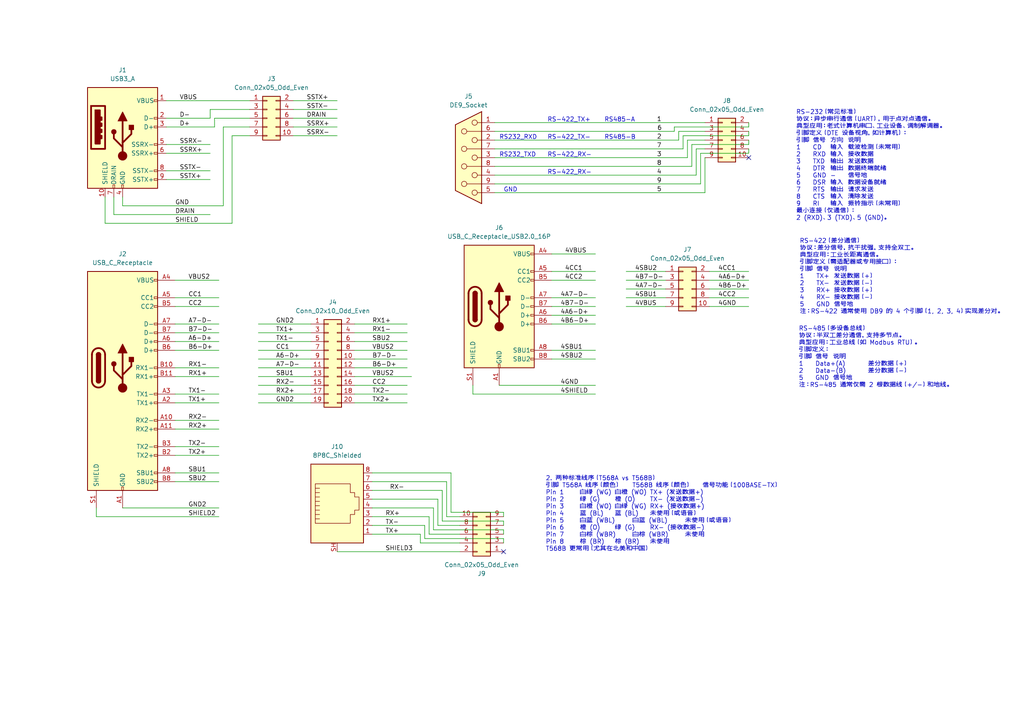
<source format=kicad_sch>
(kicad_sch
	(version 20250114)
	(generator "eeschema")
	(generator_version "9.0")
	(uuid "ebff35a9-c9e9-45f4-a403-244297d3e58f")
	(paper "A4")
	(lib_symbols
		(symbol "Connector:8P8C_Shielded"
			(pin_names
				(offset 1.016)
			)
			(exclude_from_sim no)
			(in_bom yes)
			(on_board yes)
			(property "Reference" "J"
				(at -5.08 13.97 0)
				(effects
					(font
						(size 1.27 1.27)
					)
					(justify right)
				)
			)
			(property "Value" "8P8C_Shielded"
				(at 2.54 13.97 0)
				(effects
					(font
						(size 1.27 1.27)
					)
					(justify left)
				)
			)
			(property "Footprint" ""
				(at 0 0.635 90)
				(effects
					(font
						(size 1.27 1.27)
					)
					(hide yes)
				)
			)
			(property "Datasheet" "~"
				(at 0 0.635 90)
				(effects
					(font
						(size 1.27 1.27)
					)
					(hide yes)
				)
			)
			(property "Description" "RJ connector, 8P8C (8 positions 8 connected), RJ31/RJ32/RJ33/RJ34/RJ35/RJ41/RJ45/RJ49/RJ61, Shielded"
				(at 0 0 0)
				(effects
					(font
						(size 1.27 1.27)
					)
					(hide yes)
				)
			)
			(property "ki_keywords" "8P8C RJ socket connector"
				(at 0 0 0)
				(effects
					(font
						(size 1.27 1.27)
					)
					(hide yes)
				)
			)
			(property "ki_fp_filters" "8P8C* RJ31* RJ32* RJ33* RJ34* RJ35* RJ41* RJ45* RJ49* RJ61*"
				(at 0 0 0)
				(effects
					(font
						(size 1.27 1.27)
					)
					(hide yes)
				)
			)
			(symbol "8P8C_Shielded_0_1"
				(polyline
					(pts
						(xy -6.35 1.905) (xy -5.08 1.905) (xy -5.08 1.905)
					)
					(stroke
						(width 0)
						(type default)
					)
					(fill
						(type none)
					)
				)
				(polyline
					(pts
						(xy -6.35 0.635) (xy -5.08 0.635) (xy -5.08 0.635)
					)
					(stroke
						(width 0)
						(type default)
					)
					(fill
						(type none)
					)
				)
				(polyline
					(pts
						(xy -6.35 -0.635) (xy -5.08 -0.635) (xy -5.08 -0.635)
					)
					(stroke
						(width 0)
						(type default)
					)
					(fill
						(type none)
					)
				)
				(polyline
					(pts
						(xy -6.35 -1.905) (xy -5.08 -1.905) (xy -5.08 -1.905)
					)
					(stroke
						(width 0)
						(type default)
					)
					(fill
						(type none)
					)
				)
				(polyline
					(pts
						(xy -6.35 -3.175) (xy -5.08 -3.175) (xy -5.08 -3.175)
					)
					(stroke
						(width 0)
						(type default)
					)
					(fill
						(type none)
					)
				)
				(polyline
					(pts
						(xy -6.35 -4.445) (xy -6.35 6.985) (xy 3.81 6.985) (xy 3.81 4.445) (xy 5.08 4.445) (xy 5.08 3.175)
						(xy 6.35 3.175) (xy 6.35 -0.635) (xy 5.08 -0.635) (xy 5.08 -1.905) (xy 3.81 -1.905) (xy 3.81 -4.445)
						(xy -6.35 -4.445) (xy -6.35 -4.445)
					)
					(stroke
						(width 0)
						(type default)
					)
					(fill
						(type none)
					)
				)
				(polyline
					(pts
						(xy -5.08 5.715) (xy -6.35 5.715)
					)
					(stroke
						(width 0)
						(type default)
					)
					(fill
						(type none)
					)
				)
				(polyline
					(pts
						(xy -5.08 4.445) (xy -6.35 4.445)
					)
					(stroke
						(width 0)
						(type default)
					)
					(fill
						(type none)
					)
				)
				(polyline
					(pts
						(xy -5.08 3.175) (xy -6.35 3.175) (xy -6.35 3.175)
					)
					(stroke
						(width 0)
						(type default)
					)
					(fill
						(type none)
					)
				)
				(rectangle
					(start 7.62 12.7)
					(end -7.62 -10.16)
					(stroke
						(width 0.254)
						(type default)
					)
					(fill
						(type background)
					)
				)
			)
			(symbol "8P8C_Shielded_1_1"
				(pin passive line
					(at 0 -12.7 90)
					(length 2.54)
					(name "~"
						(effects
							(font
								(size 1.27 1.27)
							)
						)
					)
					(number "SH"
						(effects
							(font
								(size 1.27 1.27)
							)
						)
					)
				)
				(pin passive line
					(at 10.16 10.16 180)
					(length 2.54)
					(name "~"
						(effects
							(font
								(size 1.27 1.27)
							)
						)
					)
					(number "8"
						(effects
							(font
								(size 1.27 1.27)
							)
						)
					)
				)
				(pin passive line
					(at 10.16 7.62 180)
					(length 2.54)
					(name "~"
						(effects
							(font
								(size 1.27 1.27)
							)
						)
					)
					(number "7"
						(effects
							(font
								(size 1.27 1.27)
							)
						)
					)
				)
				(pin passive line
					(at 10.16 5.08 180)
					(length 2.54)
					(name "~"
						(effects
							(font
								(size 1.27 1.27)
							)
						)
					)
					(number "6"
						(effects
							(font
								(size 1.27 1.27)
							)
						)
					)
				)
				(pin passive line
					(at 10.16 2.54 180)
					(length 2.54)
					(name "~"
						(effects
							(font
								(size 1.27 1.27)
							)
						)
					)
					(number "5"
						(effects
							(font
								(size 1.27 1.27)
							)
						)
					)
				)
				(pin passive line
					(at 10.16 0 180)
					(length 2.54)
					(name "~"
						(effects
							(font
								(size 1.27 1.27)
							)
						)
					)
					(number "4"
						(effects
							(font
								(size 1.27 1.27)
							)
						)
					)
				)
				(pin passive line
					(at 10.16 -2.54 180)
					(length 2.54)
					(name "~"
						(effects
							(font
								(size 1.27 1.27)
							)
						)
					)
					(number "3"
						(effects
							(font
								(size 1.27 1.27)
							)
						)
					)
				)
				(pin passive line
					(at 10.16 -5.08 180)
					(length 2.54)
					(name "~"
						(effects
							(font
								(size 1.27 1.27)
							)
						)
					)
					(number "2"
						(effects
							(font
								(size 1.27 1.27)
							)
						)
					)
				)
				(pin passive line
					(at 10.16 -7.62 180)
					(length 2.54)
					(name "~"
						(effects
							(font
								(size 1.27 1.27)
							)
						)
					)
					(number "1"
						(effects
							(font
								(size 1.27 1.27)
							)
						)
					)
				)
			)
			(embedded_fonts no)
		)
		(symbol "Connector:DE9_Socket"
			(pin_names
				(offset 1.016)
				(hide yes)
			)
			(exclude_from_sim no)
			(in_bom yes)
			(on_board yes)
			(property "Reference" "J"
				(at 0 13.97 0)
				(effects
					(font
						(size 1.27 1.27)
					)
				)
			)
			(property "Value" "DE9_Socket"
				(at 0 -14.605 0)
				(effects
					(font
						(size 1.27 1.27)
					)
				)
			)
			(property "Footprint" ""
				(at 0 0 0)
				(effects
					(font
						(size 1.27 1.27)
					)
					(hide yes)
				)
			)
			(property "Datasheet" "~"
				(at 0 0 0)
				(effects
					(font
						(size 1.27 1.27)
					)
					(hide yes)
				)
			)
			(property "Description" "9-pin D-SUB connector, socket (female)"
				(at 0 0 0)
				(effects
					(font
						(size 1.27 1.27)
					)
					(hide yes)
				)
			)
			(property "ki_keywords" "DSUB DB9"
				(at 0 0 0)
				(effects
					(font
						(size 1.27 1.27)
					)
					(hide yes)
				)
			)
			(property "ki_fp_filters" "DSUB*Socket*"
				(at 0 0 0)
				(effects
					(font
						(size 1.27 1.27)
					)
					(hide yes)
				)
			)
			(symbol "DE9_Socket_0_1"
				(polyline
					(pts
						(xy -3.81 13.335) (xy -3.81 -13.335) (xy 3.81 -9.525) (xy 3.81 9.525) (xy -3.81 13.335)
					)
					(stroke
						(width 0.254)
						(type default)
					)
					(fill
						(type background)
					)
				)
				(polyline
					(pts
						(xy -3.81 10.16) (xy -2.54 10.16)
					)
					(stroke
						(width 0)
						(type default)
					)
					(fill
						(type none)
					)
				)
				(polyline
					(pts
						(xy -3.81 7.62) (xy 0.508 7.62)
					)
					(stroke
						(width 0)
						(type default)
					)
					(fill
						(type none)
					)
				)
				(polyline
					(pts
						(xy -3.81 5.08) (xy -2.54 5.08)
					)
					(stroke
						(width 0)
						(type default)
					)
					(fill
						(type none)
					)
				)
				(polyline
					(pts
						(xy -3.81 2.54) (xy 0.508 2.54)
					)
					(stroke
						(width 0)
						(type default)
					)
					(fill
						(type none)
					)
				)
				(polyline
					(pts
						(xy -3.81 0) (xy -2.54 0)
					)
					(stroke
						(width 0)
						(type default)
					)
					(fill
						(type none)
					)
				)
				(polyline
					(pts
						(xy -3.81 -2.54) (xy 0.508 -2.54)
					)
					(stroke
						(width 0)
						(type default)
					)
					(fill
						(type none)
					)
				)
				(polyline
					(pts
						(xy -3.81 -5.08) (xy -2.54 -5.08)
					)
					(stroke
						(width 0)
						(type default)
					)
					(fill
						(type none)
					)
				)
				(polyline
					(pts
						(xy -3.81 -7.62) (xy 0.508 -7.62)
					)
					(stroke
						(width 0)
						(type default)
					)
					(fill
						(type none)
					)
				)
				(polyline
					(pts
						(xy -3.81 -10.16) (xy -2.54 -10.16)
					)
					(stroke
						(width 0)
						(type default)
					)
					(fill
						(type none)
					)
				)
				(circle
					(center -1.778 10.16)
					(radius 0.762)
					(stroke
						(width 0)
						(type default)
					)
					(fill
						(type none)
					)
				)
				(circle
					(center -1.778 5.08)
					(radius 0.762)
					(stroke
						(width 0)
						(type default)
					)
					(fill
						(type none)
					)
				)
				(circle
					(center -1.778 0)
					(radius 0.762)
					(stroke
						(width 0)
						(type default)
					)
					(fill
						(type none)
					)
				)
				(circle
					(center -1.778 -5.08)
					(radius 0.762)
					(stroke
						(width 0)
						(type default)
					)
					(fill
						(type none)
					)
				)
				(circle
					(center -1.778 -10.16)
					(radius 0.762)
					(stroke
						(width 0)
						(type default)
					)
					(fill
						(type none)
					)
				)
				(circle
					(center 1.27 7.62)
					(radius 0.762)
					(stroke
						(width 0)
						(type default)
					)
					(fill
						(type none)
					)
				)
				(circle
					(center 1.27 2.54)
					(radius 0.762)
					(stroke
						(width 0)
						(type default)
					)
					(fill
						(type none)
					)
				)
				(circle
					(center 1.27 -2.54)
					(radius 0.762)
					(stroke
						(width 0)
						(type default)
					)
					(fill
						(type none)
					)
				)
				(circle
					(center 1.27 -7.62)
					(radius 0.762)
					(stroke
						(width 0)
						(type default)
					)
					(fill
						(type none)
					)
				)
			)
			(symbol "DE9_Socket_1_1"
				(pin passive line
					(at -7.62 10.16 0)
					(length 3.81)
					(name "1"
						(effects
							(font
								(size 1.27 1.27)
							)
						)
					)
					(number "1"
						(effects
							(font
								(size 1.27 1.27)
							)
						)
					)
				)
				(pin passive line
					(at -7.62 7.62 0)
					(length 3.81)
					(name "6"
						(effects
							(font
								(size 1.27 1.27)
							)
						)
					)
					(number "6"
						(effects
							(font
								(size 1.27 1.27)
							)
						)
					)
				)
				(pin passive line
					(at -7.62 5.08 0)
					(length 3.81)
					(name "2"
						(effects
							(font
								(size 1.27 1.27)
							)
						)
					)
					(number "2"
						(effects
							(font
								(size 1.27 1.27)
							)
						)
					)
				)
				(pin passive line
					(at -7.62 2.54 0)
					(length 3.81)
					(name "7"
						(effects
							(font
								(size 1.27 1.27)
							)
						)
					)
					(number "7"
						(effects
							(font
								(size 1.27 1.27)
							)
						)
					)
				)
				(pin passive line
					(at -7.62 0 0)
					(length 3.81)
					(name "3"
						(effects
							(font
								(size 1.27 1.27)
							)
						)
					)
					(number "3"
						(effects
							(font
								(size 1.27 1.27)
							)
						)
					)
				)
				(pin passive line
					(at -7.62 -2.54 0)
					(length 3.81)
					(name "8"
						(effects
							(font
								(size 1.27 1.27)
							)
						)
					)
					(number "8"
						(effects
							(font
								(size 1.27 1.27)
							)
						)
					)
				)
				(pin passive line
					(at -7.62 -5.08 0)
					(length 3.81)
					(name "4"
						(effects
							(font
								(size 1.27 1.27)
							)
						)
					)
					(number "4"
						(effects
							(font
								(size 1.27 1.27)
							)
						)
					)
				)
				(pin passive line
					(at -7.62 -7.62 0)
					(length 3.81)
					(name "9"
						(effects
							(font
								(size 1.27 1.27)
							)
						)
					)
					(number "9"
						(effects
							(font
								(size 1.27 1.27)
							)
						)
					)
				)
				(pin passive line
					(at -7.62 -10.16 0)
					(length 3.81)
					(name "5"
						(effects
							(font
								(size 1.27 1.27)
							)
						)
					)
					(number "5"
						(effects
							(font
								(size 1.27 1.27)
							)
						)
					)
				)
			)
			(embedded_fonts no)
		)
		(symbol "Connector:USB3_A"
			(pin_names
				(offset 1.016)
			)
			(exclude_from_sim no)
			(in_bom yes)
			(on_board yes)
			(property "Reference" "J"
				(at -10.16 15.24 0)
				(effects
					(font
						(size 1.27 1.27)
					)
					(justify left)
				)
			)
			(property "Value" "USB3_A"
				(at 10.16 15.24 0)
				(effects
					(font
						(size 1.27 1.27)
					)
					(justify right)
				)
			)
			(property "Footprint" ""
				(at 3.81 2.54 0)
				(effects
					(font
						(size 1.27 1.27)
					)
					(hide yes)
				)
			)
			(property "Datasheet" "~"
				(at 3.81 2.54 0)
				(effects
					(font
						(size 1.27 1.27)
					)
					(hide yes)
				)
			)
			(property "Description" "USB 3.0 A connector"
				(at 0 0 0)
				(effects
					(font
						(size 1.27 1.27)
					)
					(hide yes)
				)
			)
			(property "ki_keywords" "usb universal serial bus"
				(at 0 0 0)
				(effects
					(font
						(size 1.27 1.27)
					)
					(hide yes)
				)
			)
			(property "ki_fp_filters" "USB3*"
				(at 0 0 0)
				(effects
					(font
						(size 1.27 1.27)
					)
					(hide yes)
				)
			)
			(symbol "USB3_A_0_0"
				(rectangle
					(start -9.144 8.636)
					(end -5.08 -3.81)
					(stroke
						(width 0.508)
						(type default)
					)
					(fill
						(type none)
					)
				)
				(rectangle
					(start -7.874 7.366)
					(end -6.604 -2.286)
					(stroke
						(width 0.508)
						(type default)
					)
					(fill
						(type outline)
					)
				)
				(rectangle
					(start -6.35 5.334)
					(end -6.096 4.572)
					(stroke
						(width 0.508)
						(type default)
					)
					(fill
						(type none)
					)
				)
				(rectangle
					(start -6.35 3.556)
					(end -6.096 2.794)
					(stroke
						(width 0.508)
						(type default)
					)
					(fill
						(type none)
					)
				)
				(rectangle
					(start -6.35 1.778)
					(end -6.096 1.016)
					(stroke
						(width 0.508)
						(type default)
					)
					(fill
						(type none)
					)
				)
				(rectangle
					(start -6.35 0)
					(end -6.096 -0.762)
					(stroke
						(width 0.508)
						(type default)
					)
					(fill
						(type none)
					)
				)
				(rectangle
					(start -2.794 -15.24)
					(end -2.286 -14.224)
					(stroke
						(width 0)
						(type default)
					)
					(fill
						(type none)
					)
				)
				(rectangle
					(start -0.254 -15.24)
					(end 0.254 -14.224)
					(stroke
						(width 0)
						(type default)
					)
					(fill
						(type none)
					)
				)
				(rectangle
					(start 10.16 10.414)
					(end 9.144 9.906)
					(stroke
						(width 0)
						(type default)
					)
					(fill
						(type none)
					)
				)
				(rectangle
					(start 10.16 5.334)
					(end 9.144 4.826)
					(stroke
						(width 0)
						(type default)
					)
					(fill
						(type none)
					)
				)
				(rectangle
					(start 10.16 2.794)
					(end 9.144 2.286)
					(stroke
						(width 0)
						(type default)
					)
					(fill
						(type none)
					)
				)
				(rectangle
					(start 10.16 -2.286)
					(end 9.144 -2.794)
					(stroke
						(width 0)
						(type default)
					)
					(fill
						(type none)
					)
				)
				(rectangle
					(start 10.16 -4.826)
					(end 9.144 -5.334)
					(stroke
						(width 0)
						(type default)
					)
					(fill
						(type none)
					)
				)
				(rectangle
					(start 10.16 -9.906)
					(end 9.144 -10.414)
					(stroke
						(width 0)
						(type default)
					)
					(fill
						(type none)
					)
				)
				(rectangle
					(start 10.16 -12.446)
					(end 9.144 -12.954)
					(stroke
						(width 0)
						(type default)
					)
					(fill
						(type none)
					)
				)
			)
			(symbol "USB3_A_0_1"
				(rectangle
					(start -10.16 13.97)
					(end 10.16 -15.24)
					(stroke
						(width 0.254)
						(type default)
					)
					(fill
						(type background)
					)
				)
			)
			(symbol "USB3_A_1_1"
				(circle
					(center -2.54 1.143)
					(radius 0.635)
					(stroke
						(width 0.254)
						(type default)
					)
					(fill
						(type outline)
					)
				)
				(polyline
					(pts
						(xy -1.27 4.318) (xy 0 6.858) (xy 1.27 4.318) (xy -1.27 4.318)
					)
					(stroke
						(width 0.254)
						(type default)
					)
					(fill
						(type outline)
					)
				)
				(polyline
					(pts
						(xy 0 -2.032) (xy 2.54 0.508) (xy 2.54 1.778)
					)
					(stroke
						(width 0.508)
						(type default)
					)
					(fill
						(type none)
					)
				)
				(polyline
					(pts
						(xy 0 -3.302) (xy -2.54 -0.762) (xy -2.54 0.508)
					)
					(stroke
						(width 0.508)
						(type default)
					)
					(fill
						(type none)
					)
				)
				(polyline
					(pts
						(xy 0 -5.842) (xy 0 4.318)
					)
					(stroke
						(width 0.508)
						(type default)
					)
					(fill
						(type none)
					)
				)
				(circle
					(center 0 -5.842)
					(radius 1.27)
					(stroke
						(width 0)
						(type default)
					)
					(fill
						(type outline)
					)
				)
				(rectangle
					(start 1.905 1.778)
					(end 3.175 3.048)
					(stroke
						(width 0.254)
						(type default)
					)
					(fill
						(type outline)
					)
				)
				(pin passive line
					(at -5.08 -17.78 90)
					(length 2.54)
					(name "SHIELD"
						(effects
							(font
								(size 1.27 1.27)
							)
						)
					)
					(number "10"
						(effects
							(font
								(size 1.27 1.27)
							)
						)
					)
				)
				(pin passive line
					(at -2.54 -17.78 90)
					(length 2.54)
					(name "DRAIN"
						(effects
							(font
								(size 1.27 1.27)
							)
						)
					)
					(number "7"
						(effects
							(font
								(size 1.27 1.27)
							)
						)
					)
				)
				(pin power_in line
					(at 0 -17.78 90)
					(length 2.54)
					(name "GND"
						(effects
							(font
								(size 1.27 1.27)
							)
						)
					)
					(number "4"
						(effects
							(font
								(size 1.27 1.27)
							)
						)
					)
				)
				(pin power_in line
					(at 12.7 10.16 180)
					(length 2.54)
					(name "VBUS"
						(effects
							(font
								(size 1.27 1.27)
							)
						)
					)
					(number "1"
						(effects
							(font
								(size 1.27 1.27)
							)
						)
					)
				)
				(pin bidirectional line
					(at 12.7 5.08 180)
					(length 2.54)
					(name "D-"
						(effects
							(font
								(size 1.27 1.27)
							)
						)
					)
					(number "2"
						(effects
							(font
								(size 1.27 1.27)
							)
						)
					)
				)
				(pin bidirectional line
					(at 12.7 2.54 180)
					(length 2.54)
					(name "D+"
						(effects
							(font
								(size 1.27 1.27)
							)
						)
					)
					(number "3"
						(effects
							(font
								(size 1.27 1.27)
							)
						)
					)
				)
				(pin output line
					(at 12.7 -2.54 180)
					(length 2.54)
					(name "SSRX-"
						(effects
							(font
								(size 1.27 1.27)
							)
						)
					)
					(number "5"
						(effects
							(font
								(size 1.27 1.27)
							)
						)
					)
				)
				(pin output line
					(at 12.7 -5.08 180)
					(length 2.54)
					(name "SSRX+"
						(effects
							(font
								(size 1.27 1.27)
							)
						)
					)
					(number "6"
						(effects
							(font
								(size 1.27 1.27)
							)
						)
					)
				)
				(pin input line
					(at 12.7 -10.16 180)
					(length 2.54)
					(name "SSTX-"
						(effects
							(font
								(size 1.27 1.27)
							)
						)
					)
					(number "8"
						(effects
							(font
								(size 1.27 1.27)
							)
						)
					)
				)
				(pin input line
					(at 12.7 -12.7 180)
					(length 2.54)
					(name "SSTX+"
						(effects
							(font
								(size 1.27 1.27)
							)
						)
					)
					(number "9"
						(effects
							(font
								(size 1.27 1.27)
							)
						)
					)
				)
			)
			(embedded_fonts no)
		)
		(symbol "Connector:USB_C_Receptacle"
			(pin_names
				(offset 1.016)
			)
			(exclude_from_sim no)
			(in_bom yes)
			(on_board yes)
			(property "Reference" "J"
				(at -10.16 29.21 0)
				(effects
					(font
						(size 1.27 1.27)
					)
					(justify left)
				)
			)
			(property "Value" "USB_C_Receptacle"
				(at 10.16 29.21 0)
				(effects
					(font
						(size 1.27 1.27)
					)
					(justify right)
				)
			)
			(property "Footprint" ""
				(at 3.81 0 0)
				(effects
					(font
						(size 1.27 1.27)
					)
					(hide yes)
				)
			)
			(property "Datasheet" "https://www.usb.org/sites/default/files/documents/usb_type-c.zip"
				(at 3.81 0 0)
				(effects
					(font
						(size 1.27 1.27)
					)
					(hide yes)
				)
			)
			(property "Description" "USB Full-Featured Type-C Receptacle connector"
				(at 0 0 0)
				(effects
					(font
						(size 1.27 1.27)
					)
					(hide yes)
				)
			)
			(property "ki_keywords" "usb universal serial bus type-C full-featured"
				(at 0 0 0)
				(effects
					(font
						(size 1.27 1.27)
					)
					(hide yes)
				)
			)
			(property "ki_fp_filters" "USB*C*Receptacle*"
				(at 0 0 0)
				(effects
					(font
						(size 1.27 1.27)
					)
					(hide yes)
				)
			)
			(symbol "USB_C_Receptacle_0_0"
				(rectangle
					(start -0.254 -35.56)
					(end 0.254 -34.544)
					(stroke
						(width 0)
						(type default)
					)
					(fill
						(type none)
					)
				)
				(rectangle
					(start 10.16 25.654)
					(end 9.144 25.146)
					(stroke
						(width 0)
						(type default)
					)
					(fill
						(type none)
					)
				)
				(rectangle
					(start 10.16 20.574)
					(end 9.144 20.066)
					(stroke
						(width 0)
						(type default)
					)
					(fill
						(type none)
					)
				)
				(rectangle
					(start 10.16 18.034)
					(end 9.144 17.526)
					(stroke
						(width 0)
						(type default)
					)
					(fill
						(type none)
					)
				)
				(rectangle
					(start 10.16 12.954)
					(end 9.144 12.446)
					(stroke
						(width 0)
						(type default)
					)
					(fill
						(type none)
					)
				)
				(rectangle
					(start 10.16 10.414)
					(end 9.144 9.906)
					(stroke
						(width 0)
						(type default)
					)
					(fill
						(type none)
					)
				)
				(rectangle
					(start 10.16 7.874)
					(end 9.144 7.366)
					(stroke
						(width 0)
						(type default)
					)
					(fill
						(type none)
					)
				)
				(rectangle
					(start 10.16 5.334)
					(end 9.144 4.826)
					(stroke
						(width 0)
						(type default)
					)
					(fill
						(type none)
					)
				)
				(rectangle
					(start 10.16 0.254)
					(end 9.144 -0.254)
					(stroke
						(width 0)
						(type default)
					)
					(fill
						(type none)
					)
				)
				(rectangle
					(start 10.16 -2.286)
					(end 9.144 -2.794)
					(stroke
						(width 0)
						(type default)
					)
					(fill
						(type none)
					)
				)
				(rectangle
					(start 10.16 -7.366)
					(end 9.144 -7.874)
					(stroke
						(width 0)
						(type default)
					)
					(fill
						(type none)
					)
				)
				(rectangle
					(start 10.16 -9.906)
					(end 9.144 -10.414)
					(stroke
						(width 0)
						(type default)
					)
					(fill
						(type none)
					)
				)
				(rectangle
					(start 10.16 -14.986)
					(end 9.144 -15.494)
					(stroke
						(width 0)
						(type default)
					)
					(fill
						(type none)
					)
				)
				(rectangle
					(start 10.16 -17.526)
					(end 9.144 -18.034)
					(stroke
						(width 0)
						(type default)
					)
					(fill
						(type none)
					)
				)
				(rectangle
					(start 10.16 -22.606)
					(end 9.144 -23.114)
					(stroke
						(width 0)
						(type default)
					)
					(fill
						(type none)
					)
				)
				(rectangle
					(start 10.16 -25.146)
					(end 9.144 -25.654)
					(stroke
						(width 0)
						(type default)
					)
					(fill
						(type none)
					)
				)
				(rectangle
					(start 10.16 -30.226)
					(end 9.144 -30.734)
					(stroke
						(width 0)
						(type default)
					)
					(fill
						(type none)
					)
				)
				(rectangle
					(start 10.16 -32.766)
					(end 9.144 -33.274)
					(stroke
						(width 0)
						(type default)
					)
					(fill
						(type none)
					)
				)
			)
			(symbol "USB_C_Receptacle_0_1"
				(rectangle
					(start -10.16 27.94)
					(end 10.16 -35.56)
					(stroke
						(width 0.254)
						(type default)
					)
					(fill
						(type background)
					)
				)
				(polyline
					(pts
						(xy -8.89 -3.81) (xy -8.89 3.81)
					)
					(stroke
						(width 0.508)
						(type default)
					)
					(fill
						(type none)
					)
				)
				(rectangle
					(start -7.62 -3.81)
					(end -6.35 3.81)
					(stroke
						(width 0.254)
						(type default)
					)
					(fill
						(type outline)
					)
				)
				(arc
					(start -7.62 3.81)
					(mid -6.985 4.4423)
					(end -6.35 3.81)
					(stroke
						(width 0.254)
						(type default)
					)
					(fill
						(type none)
					)
				)
				(arc
					(start -7.62 3.81)
					(mid -6.985 4.4423)
					(end -6.35 3.81)
					(stroke
						(width 0.254)
						(type default)
					)
					(fill
						(type outline)
					)
				)
				(arc
					(start -8.89 3.81)
					(mid -6.985 5.7067)
					(end -5.08 3.81)
					(stroke
						(width 0.508)
						(type default)
					)
					(fill
						(type none)
					)
				)
				(arc
					(start -5.08 -3.81)
					(mid -6.985 -5.7067)
					(end -8.89 -3.81)
					(stroke
						(width 0.508)
						(type default)
					)
					(fill
						(type none)
					)
				)
				(arc
					(start -6.35 -3.81)
					(mid -6.985 -4.4423)
					(end -7.62 -3.81)
					(stroke
						(width 0.254)
						(type default)
					)
					(fill
						(type none)
					)
				)
				(arc
					(start -6.35 -3.81)
					(mid -6.985 -4.4423)
					(end -7.62 -3.81)
					(stroke
						(width 0.254)
						(type default)
					)
					(fill
						(type outline)
					)
				)
				(polyline
					(pts
						(xy -5.08 3.81) (xy -5.08 -3.81)
					)
					(stroke
						(width 0.508)
						(type default)
					)
					(fill
						(type none)
					)
				)
			)
			(symbol "USB_C_Receptacle_1_1"
				(circle
					(center -2.54 1.143)
					(radius 0.635)
					(stroke
						(width 0.254)
						(type default)
					)
					(fill
						(type outline)
					)
				)
				(polyline
					(pts
						(xy -1.27 4.318) (xy 0 6.858) (xy 1.27 4.318) (xy -1.27 4.318)
					)
					(stroke
						(width 0.254)
						(type default)
					)
					(fill
						(type outline)
					)
				)
				(polyline
					(pts
						(xy 0 -2.032) (xy 2.54 0.508) (xy 2.54 1.778)
					)
					(stroke
						(width 0.508)
						(type default)
					)
					(fill
						(type none)
					)
				)
				(polyline
					(pts
						(xy 0 -3.302) (xy -2.54 -0.762) (xy -2.54 0.508)
					)
					(stroke
						(width 0.508)
						(type default)
					)
					(fill
						(type none)
					)
				)
				(polyline
					(pts
						(xy 0 -5.842) (xy 0 4.318)
					)
					(stroke
						(width 0.508)
						(type default)
					)
					(fill
						(type none)
					)
				)
				(circle
					(center 0 -5.842)
					(radius 1.27)
					(stroke
						(width 0)
						(type default)
					)
					(fill
						(type outline)
					)
				)
				(rectangle
					(start 1.905 1.778)
					(end 3.175 3.048)
					(stroke
						(width 0.254)
						(type default)
					)
					(fill
						(type outline)
					)
				)
				(pin passive line
					(at -7.62 -40.64 90)
					(length 5.08)
					(name "SHIELD"
						(effects
							(font
								(size 1.27 1.27)
							)
						)
					)
					(number "S1"
						(effects
							(font
								(size 1.27 1.27)
							)
						)
					)
				)
				(pin passive line
					(at 0 -40.64 90)
					(length 5.08)
					(name "GND"
						(effects
							(font
								(size 1.27 1.27)
							)
						)
					)
					(number "A1"
						(effects
							(font
								(size 1.27 1.27)
							)
						)
					)
				)
				(pin passive line
					(at 0 -40.64 90)
					(length 5.08)
					(hide yes)
					(name "GND"
						(effects
							(font
								(size 1.27 1.27)
							)
						)
					)
					(number "A12"
						(effects
							(font
								(size 1.27 1.27)
							)
						)
					)
				)
				(pin passive line
					(at 0 -40.64 90)
					(length 5.08)
					(hide yes)
					(name "GND"
						(effects
							(font
								(size 1.27 1.27)
							)
						)
					)
					(number "B1"
						(effects
							(font
								(size 1.27 1.27)
							)
						)
					)
				)
				(pin passive line
					(at 0 -40.64 90)
					(length 5.08)
					(hide yes)
					(name "GND"
						(effects
							(font
								(size 1.27 1.27)
							)
						)
					)
					(number "B12"
						(effects
							(font
								(size 1.27 1.27)
							)
						)
					)
				)
				(pin passive line
					(at 15.24 25.4 180)
					(length 5.08)
					(name "VBUS"
						(effects
							(font
								(size 1.27 1.27)
							)
						)
					)
					(number "A4"
						(effects
							(font
								(size 1.27 1.27)
							)
						)
					)
				)
				(pin passive line
					(at 15.24 25.4 180)
					(length 5.08)
					(hide yes)
					(name "VBUS"
						(effects
							(font
								(size 1.27 1.27)
							)
						)
					)
					(number "A9"
						(effects
							(font
								(size 1.27 1.27)
							)
						)
					)
				)
				(pin passive line
					(at 15.24 25.4 180)
					(length 5.08)
					(hide yes)
					(name "VBUS"
						(effects
							(font
								(size 1.27 1.27)
							)
						)
					)
					(number "B4"
						(effects
							(font
								(size 1.27 1.27)
							)
						)
					)
				)
				(pin passive line
					(at 15.24 25.4 180)
					(length 5.08)
					(hide yes)
					(name "VBUS"
						(effects
							(font
								(size 1.27 1.27)
							)
						)
					)
					(number "B9"
						(effects
							(font
								(size 1.27 1.27)
							)
						)
					)
				)
				(pin bidirectional line
					(at 15.24 20.32 180)
					(length 5.08)
					(name "CC1"
						(effects
							(font
								(size 1.27 1.27)
							)
						)
					)
					(number "A5"
						(effects
							(font
								(size 1.27 1.27)
							)
						)
					)
				)
				(pin bidirectional line
					(at 15.24 17.78 180)
					(length 5.08)
					(name "CC2"
						(effects
							(font
								(size 1.27 1.27)
							)
						)
					)
					(number "B5"
						(effects
							(font
								(size 1.27 1.27)
							)
						)
					)
				)
				(pin bidirectional line
					(at 15.24 12.7 180)
					(length 5.08)
					(name "D-"
						(effects
							(font
								(size 1.27 1.27)
							)
						)
					)
					(number "A7"
						(effects
							(font
								(size 1.27 1.27)
							)
						)
					)
				)
				(pin bidirectional line
					(at 15.24 10.16 180)
					(length 5.08)
					(name "D-"
						(effects
							(font
								(size 1.27 1.27)
							)
						)
					)
					(number "B7"
						(effects
							(font
								(size 1.27 1.27)
							)
						)
					)
				)
				(pin bidirectional line
					(at 15.24 7.62 180)
					(length 5.08)
					(name "D+"
						(effects
							(font
								(size 1.27 1.27)
							)
						)
					)
					(number "A6"
						(effects
							(font
								(size 1.27 1.27)
							)
						)
					)
				)
				(pin bidirectional line
					(at 15.24 5.08 180)
					(length 5.08)
					(name "D+"
						(effects
							(font
								(size 1.27 1.27)
							)
						)
					)
					(number "B6"
						(effects
							(font
								(size 1.27 1.27)
							)
						)
					)
				)
				(pin bidirectional line
					(at 15.24 0 180)
					(length 5.08)
					(name "RX1-"
						(effects
							(font
								(size 1.27 1.27)
							)
						)
					)
					(number "B10"
						(effects
							(font
								(size 1.27 1.27)
							)
						)
					)
				)
				(pin bidirectional line
					(at 15.24 -2.54 180)
					(length 5.08)
					(name "RX1+"
						(effects
							(font
								(size 1.27 1.27)
							)
						)
					)
					(number "B11"
						(effects
							(font
								(size 1.27 1.27)
							)
						)
					)
				)
				(pin bidirectional line
					(at 15.24 -7.62 180)
					(length 5.08)
					(name "TX1-"
						(effects
							(font
								(size 1.27 1.27)
							)
						)
					)
					(number "A3"
						(effects
							(font
								(size 1.27 1.27)
							)
						)
					)
				)
				(pin bidirectional line
					(at 15.24 -10.16 180)
					(length 5.08)
					(name "TX1+"
						(effects
							(font
								(size 1.27 1.27)
							)
						)
					)
					(number "A2"
						(effects
							(font
								(size 1.27 1.27)
							)
						)
					)
				)
				(pin bidirectional line
					(at 15.24 -15.24 180)
					(length 5.08)
					(name "RX2-"
						(effects
							(font
								(size 1.27 1.27)
							)
						)
					)
					(number "A10"
						(effects
							(font
								(size 1.27 1.27)
							)
						)
					)
				)
				(pin bidirectional line
					(at 15.24 -17.78 180)
					(length 5.08)
					(name "RX2+"
						(effects
							(font
								(size 1.27 1.27)
							)
						)
					)
					(number "A11"
						(effects
							(font
								(size 1.27 1.27)
							)
						)
					)
				)
				(pin bidirectional line
					(at 15.24 -22.86 180)
					(length 5.08)
					(name "TX2-"
						(effects
							(font
								(size 1.27 1.27)
							)
						)
					)
					(number "B3"
						(effects
							(font
								(size 1.27 1.27)
							)
						)
					)
				)
				(pin bidirectional line
					(at 15.24 -25.4 180)
					(length 5.08)
					(name "TX2+"
						(effects
							(font
								(size 1.27 1.27)
							)
						)
					)
					(number "B2"
						(effects
							(font
								(size 1.27 1.27)
							)
						)
					)
				)
				(pin bidirectional line
					(at 15.24 -30.48 180)
					(length 5.08)
					(name "SBU1"
						(effects
							(font
								(size 1.27 1.27)
							)
						)
					)
					(number "A8"
						(effects
							(font
								(size 1.27 1.27)
							)
						)
					)
				)
				(pin bidirectional line
					(at 15.24 -33.02 180)
					(length 5.08)
					(name "SBU2"
						(effects
							(font
								(size 1.27 1.27)
							)
						)
					)
					(number "B8"
						(effects
							(font
								(size 1.27 1.27)
							)
						)
					)
				)
			)
			(embedded_fonts no)
		)
		(symbol "Connector:USB_C_Receptacle_USB2.0_16P"
			(pin_names
				(offset 1.016)
			)
			(exclude_from_sim no)
			(in_bom yes)
			(on_board yes)
			(property "Reference" "J"
				(at 0 22.225 0)
				(effects
					(font
						(size 1.27 1.27)
					)
				)
			)
			(property "Value" "USB_C_Receptacle_USB2.0_16P"
				(at 0 19.685 0)
				(effects
					(font
						(size 1.27 1.27)
					)
				)
			)
			(property "Footprint" ""
				(at 3.81 0 0)
				(effects
					(font
						(size 1.27 1.27)
					)
					(hide yes)
				)
			)
			(property "Datasheet" "https://www.usb.org/sites/default/files/documents/usb_type-c.zip"
				(at 3.81 0 0)
				(effects
					(font
						(size 1.27 1.27)
					)
					(hide yes)
				)
			)
			(property "Description" "USB 2.0-only 16P Type-C Receptacle connector"
				(at 0 0 0)
				(effects
					(font
						(size 1.27 1.27)
					)
					(hide yes)
				)
			)
			(property "ki_keywords" "usb universal serial bus type-C USB2.0"
				(at 0 0 0)
				(effects
					(font
						(size 1.27 1.27)
					)
					(hide yes)
				)
			)
			(property "ki_fp_filters" "USB*C*Receptacle*"
				(at 0 0 0)
				(effects
					(font
						(size 1.27 1.27)
					)
					(hide yes)
				)
			)
			(symbol "USB_C_Receptacle_USB2.0_16P_0_0"
				(rectangle
					(start -0.254 -17.78)
					(end 0.254 -16.764)
					(stroke
						(width 0)
						(type default)
					)
					(fill
						(type none)
					)
				)
				(rectangle
					(start 10.16 15.494)
					(end 9.144 14.986)
					(stroke
						(width 0)
						(type default)
					)
					(fill
						(type none)
					)
				)
				(rectangle
					(start 10.16 10.414)
					(end 9.144 9.906)
					(stroke
						(width 0)
						(type default)
					)
					(fill
						(type none)
					)
				)
				(rectangle
					(start 10.16 7.874)
					(end 9.144 7.366)
					(stroke
						(width 0)
						(type default)
					)
					(fill
						(type none)
					)
				)
				(rectangle
					(start 10.16 2.794)
					(end 9.144 2.286)
					(stroke
						(width 0)
						(type default)
					)
					(fill
						(type none)
					)
				)
				(rectangle
					(start 10.16 0.254)
					(end 9.144 -0.254)
					(stroke
						(width 0)
						(type default)
					)
					(fill
						(type none)
					)
				)
				(rectangle
					(start 10.16 -2.286)
					(end 9.144 -2.794)
					(stroke
						(width 0)
						(type default)
					)
					(fill
						(type none)
					)
				)
				(rectangle
					(start 10.16 -4.826)
					(end 9.144 -5.334)
					(stroke
						(width 0)
						(type default)
					)
					(fill
						(type none)
					)
				)
				(rectangle
					(start 10.16 -12.446)
					(end 9.144 -12.954)
					(stroke
						(width 0)
						(type default)
					)
					(fill
						(type none)
					)
				)
				(rectangle
					(start 10.16 -14.986)
					(end 9.144 -15.494)
					(stroke
						(width 0)
						(type default)
					)
					(fill
						(type none)
					)
				)
			)
			(symbol "USB_C_Receptacle_USB2.0_16P_0_1"
				(rectangle
					(start -10.16 17.78)
					(end 10.16 -17.78)
					(stroke
						(width 0.254)
						(type default)
					)
					(fill
						(type background)
					)
				)
				(polyline
					(pts
						(xy -8.89 -3.81) (xy -8.89 3.81)
					)
					(stroke
						(width 0.508)
						(type default)
					)
					(fill
						(type none)
					)
				)
				(rectangle
					(start -7.62 -3.81)
					(end -6.35 3.81)
					(stroke
						(width 0.254)
						(type default)
					)
					(fill
						(type outline)
					)
				)
				(arc
					(start -7.62 3.81)
					(mid -6.985 4.4423)
					(end -6.35 3.81)
					(stroke
						(width 0.254)
						(type default)
					)
					(fill
						(type none)
					)
				)
				(arc
					(start -7.62 3.81)
					(mid -6.985 4.4423)
					(end -6.35 3.81)
					(stroke
						(width 0.254)
						(type default)
					)
					(fill
						(type outline)
					)
				)
				(arc
					(start -8.89 3.81)
					(mid -6.985 5.7067)
					(end -5.08 3.81)
					(stroke
						(width 0.508)
						(type default)
					)
					(fill
						(type none)
					)
				)
				(arc
					(start -5.08 -3.81)
					(mid -6.985 -5.7067)
					(end -8.89 -3.81)
					(stroke
						(width 0.508)
						(type default)
					)
					(fill
						(type none)
					)
				)
				(arc
					(start -6.35 -3.81)
					(mid -6.985 -4.4423)
					(end -7.62 -3.81)
					(stroke
						(width 0.254)
						(type default)
					)
					(fill
						(type none)
					)
				)
				(arc
					(start -6.35 -3.81)
					(mid -6.985 -4.4423)
					(end -7.62 -3.81)
					(stroke
						(width 0.254)
						(type default)
					)
					(fill
						(type outline)
					)
				)
				(polyline
					(pts
						(xy -5.08 3.81) (xy -5.08 -3.81)
					)
					(stroke
						(width 0.508)
						(type default)
					)
					(fill
						(type none)
					)
				)
				(circle
					(center -2.54 1.143)
					(radius 0.635)
					(stroke
						(width 0.254)
						(type default)
					)
					(fill
						(type outline)
					)
				)
				(polyline
					(pts
						(xy -1.27 4.318) (xy 0 6.858) (xy 1.27 4.318) (xy -1.27 4.318)
					)
					(stroke
						(width 0.254)
						(type default)
					)
					(fill
						(type outline)
					)
				)
				(polyline
					(pts
						(xy 0 -2.032) (xy 2.54 0.508) (xy 2.54 1.778)
					)
					(stroke
						(width 0.508)
						(type default)
					)
					(fill
						(type none)
					)
				)
				(polyline
					(pts
						(xy 0 -3.302) (xy -2.54 -0.762) (xy -2.54 0.508)
					)
					(stroke
						(width 0.508)
						(type default)
					)
					(fill
						(type none)
					)
				)
				(polyline
					(pts
						(xy 0 -5.842) (xy 0 4.318)
					)
					(stroke
						(width 0.508)
						(type default)
					)
					(fill
						(type none)
					)
				)
				(circle
					(center 0 -5.842)
					(radius 1.27)
					(stroke
						(width 0)
						(type default)
					)
					(fill
						(type outline)
					)
				)
				(rectangle
					(start 1.905 1.778)
					(end 3.175 3.048)
					(stroke
						(width 0.254)
						(type default)
					)
					(fill
						(type outline)
					)
				)
			)
			(symbol "USB_C_Receptacle_USB2.0_16P_1_1"
				(pin passive line
					(at -7.62 -22.86 90)
					(length 5.08)
					(name "SHIELD"
						(effects
							(font
								(size 1.27 1.27)
							)
						)
					)
					(number "S1"
						(effects
							(font
								(size 1.27 1.27)
							)
						)
					)
				)
				(pin passive line
					(at 0 -22.86 90)
					(length 5.08)
					(name "GND"
						(effects
							(font
								(size 1.27 1.27)
							)
						)
					)
					(number "A1"
						(effects
							(font
								(size 1.27 1.27)
							)
						)
					)
				)
				(pin passive line
					(at 0 -22.86 90)
					(length 5.08)
					(hide yes)
					(name "GND"
						(effects
							(font
								(size 1.27 1.27)
							)
						)
					)
					(number "A12"
						(effects
							(font
								(size 1.27 1.27)
							)
						)
					)
				)
				(pin passive line
					(at 0 -22.86 90)
					(length 5.08)
					(hide yes)
					(name "GND"
						(effects
							(font
								(size 1.27 1.27)
							)
						)
					)
					(number "B1"
						(effects
							(font
								(size 1.27 1.27)
							)
						)
					)
				)
				(pin passive line
					(at 0 -22.86 90)
					(length 5.08)
					(hide yes)
					(name "GND"
						(effects
							(font
								(size 1.27 1.27)
							)
						)
					)
					(number "B12"
						(effects
							(font
								(size 1.27 1.27)
							)
						)
					)
				)
				(pin passive line
					(at 15.24 15.24 180)
					(length 5.08)
					(name "VBUS"
						(effects
							(font
								(size 1.27 1.27)
							)
						)
					)
					(number "A4"
						(effects
							(font
								(size 1.27 1.27)
							)
						)
					)
				)
				(pin passive line
					(at 15.24 15.24 180)
					(length 5.08)
					(hide yes)
					(name "VBUS"
						(effects
							(font
								(size 1.27 1.27)
							)
						)
					)
					(number "A9"
						(effects
							(font
								(size 1.27 1.27)
							)
						)
					)
				)
				(pin passive line
					(at 15.24 15.24 180)
					(length 5.08)
					(hide yes)
					(name "VBUS"
						(effects
							(font
								(size 1.27 1.27)
							)
						)
					)
					(number "B4"
						(effects
							(font
								(size 1.27 1.27)
							)
						)
					)
				)
				(pin passive line
					(at 15.24 15.24 180)
					(length 5.08)
					(hide yes)
					(name "VBUS"
						(effects
							(font
								(size 1.27 1.27)
							)
						)
					)
					(number "B9"
						(effects
							(font
								(size 1.27 1.27)
							)
						)
					)
				)
				(pin bidirectional line
					(at 15.24 10.16 180)
					(length 5.08)
					(name "CC1"
						(effects
							(font
								(size 1.27 1.27)
							)
						)
					)
					(number "A5"
						(effects
							(font
								(size 1.27 1.27)
							)
						)
					)
				)
				(pin bidirectional line
					(at 15.24 7.62 180)
					(length 5.08)
					(name "CC2"
						(effects
							(font
								(size 1.27 1.27)
							)
						)
					)
					(number "B5"
						(effects
							(font
								(size 1.27 1.27)
							)
						)
					)
				)
				(pin bidirectional line
					(at 15.24 2.54 180)
					(length 5.08)
					(name "D-"
						(effects
							(font
								(size 1.27 1.27)
							)
						)
					)
					(number "A7"
						(effects
							(font
								(size 1.27 1.27)
							)
						)
					)
				)
				(pin bidirectional line
					(at 15.24 0 180)
					(length 5.08)
					(name "D-"
						(effects
							(font
								(size 1.27 1.27)
							)
						)
					)
					(number "B7"
						(effects
							(font
								(size 1.27 1.27)
							)
						)
					)
				)
				(pin bidirectional line
					(at 15.24 -2.54 180)
					(length 5.08)
					(name "D+"
						(effects
							(font
								(size 1.27 1.27)
							)
						)
					)
					(number "A6"
						(effects
							(font
								(size 1.27 1.27)
							)
						)
					)
				)
				(pin bidirectional line
					(at 15.24 -5.08 180)
					(length 5.08)
					(name "D+"
						(effects
							(font
								(size 1.27 1.27)
							)
						)
					)
					(number "B6"
						(effects
							(font
								(size 1.27 1.27)
							)
						)
					)
				)
				(pin bidirectional line
					(at 15.24 -12.7 180)
					(length 5.08)
					(name "SBU1"
						(effects
							(font
								(size 1.27 1.27)
							)
						)
					)
					(number "A8"
						(effects
							(font
								(size 1.27 1.27)
							)
						)
					)
				)
				(pin bidirectional line
					(at 15.24 -15.24 180)
					(length 5.08)
					(name "SBU2"
						(effects
							(font
								(size 1.27 1.27)
							)
						)
					)
					(number "B8"
						(effects
							(font
								(size 1.27 1.27)
							)
						)
					)
				)
			)
			(embedded_fonts no)
		)
		(symbol "Connector_Generic:Conn_02x05_Odd_Even"
			(pin_names
				(offset 1.016)
				(hide yes)
			)
			(exclude_from_sim no)
			(in_bom yes)
			(on_board yes)
			(property "Reference" "J"
				(at 1.27 7.62 0)
				(effects
					(font
						(size 1.27 1.27)
					)
				)
			)
			(property "Value" "Conn_02x05_Odd_Even"
				(at 1.27 -7.62 0)
				(effects
					(font
						(size 1.27 1.27)
					)
				)
			)
			(property "Footprint" ""
				(at 0 0 0)
				(effects
					(font
						(size 1.27 1.27)
					)
					(hide yes)
				)
			)
			(property "Datasheet" "~"
				(at 0 0 0)
				(effects
					(font
						(size 1.27 1.27)
					)
					(hide yes)
				)
			)
			(property "Description" "Generic connector, double row, 02x05, odd/even pin numbering scheme (row 1 odd numbers, row 2 even numbers), script generated (kicad-library-utils/schlib/autogen/connector/)"
				(at 0 0 0)
				(effects
					(font
						(size 1.27 1.27)
					)
					(hide yes)
				)
			)
			(property "ki_keywords" "connector"
				(at 0 0 0)
				(effects
					(font
						(size 1.27 1.27)
					)
					(hide yes)
				)
			)
			(property "ki_fp_filters" "Connector*:*_2x??_*"
				(at 0 0 0)
				(effects
					(font
						(size 1.27 1.27)
					)
					(hide yes)
				)
			)
			(symbol "Conn_02x05_Odd_Even_1_1"
				(rectangle
					(start -1.27 6.35)
					(end 3.81 -6.35)
					(stroke
						(width 0.254)
						(type default)
					)
					(fill
						(type background)
					)
				)
				(rectangle
					(start -1.27 5.207)
					(end 0 4.953)
					(stroke
						(width 0.1524)
						(type default)
					)
					(fill
						(type none)
					)
				)
				(rectangle
					(start -1.27 2.667)
					(end 0 2.413)
					(stroke
						(width 0.1524)
						(type default)
					)
					(fill
						(type none)
					)
				)
				(rectangle
					(start -1.27 0.127)
					(end 0 -0.127)
					(stroke
						(width 0.1524)
						(type default)
					)
					(fill
						(type none)
					)
				)
				(rectangle
					(start -1.27 -2.413)
					(end 0 -2.667)
					(stroke
						(width 0.1524)
						(type default)
					)
					(fill
						(type none)
					)
				)
				(rectangle
					(start -1.27 -4.953)
					(end 0 -5.207)
					(stroke
						(width 0.1524)
						(type default)
					)
					(fill
						(type none)
					)
				)
				(rectangle
					(start 3.81 5.207)
					(end 2.54 4.953)
					(stroke
						(width 0.1524)
						(type default)
					)
					(fill
						(type none)
					)
				)
				(rectangle
					(start 3.81 2.667)
					(end 2.54 2.413)
					(stroke
						(width 0.1524)
						(type default)
					)
					(fill
						(type none)
					)
				)
				(rectangle
					(start 3.81 0.127)
					(end 2.54 -0.127)
					(stroke
						(width 0.1524)
						(type default)
					)
					(fill
						(type none)
					)
				)
				(rectangle
					(start 3.81 -2.413)
					(end 2.54 -2.667)
					(stroke
						(width 0.1524)
						(type default)
					)
					(fill
						(type none)
					)
				)
				(rectangle
					(start 3.81 -4.953)
					(end 2.54 -5.207)
					(stroke
						(width 0.1524)
						(type default)
					)
					(fill
						(type none)
					)
				)
				(pin passive line
					(at -5.08 5.08 0)
					(length 3.81)
					(name "Pin_1"
						(effects
							(font
								(size 1.27 1.27)
							)
						)
					)
					(number "1"
						(effects
							(font
								(size 1.27 1.27)
							)
						)
					)
				)
				(pin passive line
					(at -5.08 2.54 0)
					(length 3.81)
					(name "Pin_3"
						(effects
							(font
								(size 1.27 1.27)
							)
						)
					)
					(number "3"
						(effects
							(font
								(size 1.27 1.27)
							)
						)
					)
				)
				(pin passive line
					(at -5.08 0 0)
					(length 3.81)
					(name "Pin_5"
						(effects
							(font
								(size 1.27 1.27)
							)
						)
					)
					(number "5"
						(effects
							(font
								(size 1.27 1.27)
							)
						)
					)
				)
				(pin passive line
					(at -5.08 -2.54 0)
					(length 3.81)
					(name "Pin_7"
						(effects
							(font
								(size 1.27 1.27)
							)
						)
					)
					(number "7"
						(effects
							(font
								(size 1.27 1.27)
							)
						)
					)
				)
				(pin passive line
					(at -5.08 -5.08 0)
					(length 3.81)
					(name "Pin_9"
						(effects
							(font
								(size 1.27 1.27)
							)
						)
					)
					(number "9"
						(effects
							(font
								(size 1.27 1.27)
							)
						)
					)
				)
				(pin passive line
					(at 7.62 5.08 180)
					(length 3.81)
					(name "Pin_2"
						(effects
							(font
								(size 1.27 1.27)
							)
						)
					)
					(number "2"
						(effects
							(font
								(size 1.27 1.27)
							)
						)
					)
				)
				(pin passive line
					(at 7.62 2.54 180)
					(length 3.81)
					(name "Pin_4"
						(effects
							(font
								(size 1.27 1.27)
							)
						)
					)
					(number "4"
						(effects
							(font
								(size 1.27 1.27)
							)
						)
					)
				)
				(pin passive line
					(at 7.62 0 180)
					(length 3.81)
					(name "Pin_6"
						(effects
							(font
								(size 1.27 1.27)
							)
						)
					)
					(number "6"
						(effects
							(font
								(size 1.27 1.27)
							)
						)
					)
				)
				(pin passive line
					(at 7.62 -2.54 180)
					(length 3.81)
					(name "Pin_8"
						(effects
							(font
								(size 1.27 1.27)
							)
						)
					)
					(number "8"
						(effects
							(font
								(size 1.27 1.27)
							)
						)
					)
				)
				(pin passive line
					(at 7.62 -5.08 180)
					(length 3.81)
					(name "Pin_10"
						(effects
							(font
								(size 1.27 1.27)
							)
						)
					)
					(number "10"
						(effects
							(font
								(size 1.27 1.27)
							)
						)
					)
				)
			)
			(embedded_fonts no)
		)
		(symbol "Connector_Generic:Conn_02x10_Odd_Even"
			(pin_names
				(offset 1.016)
				(hide yes)
			)
			(exclude_from_sim no)
			(in_bom yes)
			(on_board yes)
			(property "Reference" "J"
				(at 1.27 12.7 0)
				(effects
					(font
						(size 1.27 1.27)
					)
				)
			)
			(property "Value" "Conn_02x10_Odd_Even"
				(at 1.27 -15.24 0)
				(effects
					(font
						(size 1.27 1.27)
					)
				)
			)
			(property "Footprint" ""
				(at 0 0 0)
				(effects
					(font
						(size 1.27 1.27)
					)
					(hide yes)
				)
			)
			(property "Datasheet" "~"
				(at 0 0 0)
				(effects
					(font
						(size 1.27 1.27)
					)
					(hide yes)
				)
			)
			(property "Description" "Generic connector, double row, 02x10, odd/even pin numbering scheme (row 1 odd numbers, row 2 even numbers), script generated (kicad-library-utils/schlib/autogen/connector/)"
				(at 0 0 0)
				(effects
					(font
						(size 1.27 1.27)
					)
					(hide yes)
				)
			)
			(property "ki_keywords" "connector"
				(at 0 0 0)
				(effects
					(font
						(size 1.27 1.27)
					)
					(hide yes)
				)
			)
			(property "ki_fp_filters" "Connector*:*_2x??_*"
				(at 0 0 0)
				(effects
					(font
						(size 1.27 1.27)
					)
					(hide yes)
				)
			)
			(symbol "Conn_02x10_Odd_Even_1_1"
				(rectangle
					(start -1.27 11.43)
					(end 3.81 -13.97)
					(stroke
						(width 0.254)
						(type default)
					)
					(fill
						(type background)
					)
				)
				(rectangle
					(start -1.27 10.287)
					(end 0 10.033)
					(stroke
						(width 0.1524)
						(type default)
					)
					(fill
						(type none)
					)
				)
				(rectangle
					(start -1.27 7.747)
					(end 0 7.493)
					(stroke
						(width 0.1524)
						(type default)
					)
					(fill
						(type none)
					)
				)
				(rectangle
					(start -1.27 5.207)
					(end 0 4.953)
					(stroke
						(width 0.1524)
						(type default)
					)
					(fill
						(type none)
					)
				)
				(rectangle
					(start -1.27 2.667)
					(end 0 2.413)
					(stroke
						(width 0.1524)
						(type default)
					)
					(fill
						(type none)
					)
				)
				(rectangle
					(start -1.27 0.127)
					(end 0 -0.127)
					(stroke
						(width 0.1524)
						(type default)
					)
					(fill
						(type none)
					)
				)
				(rectangle
					(start -1.27 -2.413)
					(end 0 -2.667)
					(stroke
						(width 0.1524)
						(type default)
					)
					(fill
						(type none)
					)
				)
				(rectangle
					(start -1.27 -4.953)
					(end 0 -5.207)
					(stroke
						(width 0.1524)
						(type default)
					)
					(fill
						(type none)
					)
				)
				(rectangle
					(start -1.27 -7.493)
					(end 0 -7.747)
					(stroke
						(width 0.1524)
						(type default)
					)
					(fill
						(type none)
					)
				)
				(rectangle
					(start -1.27 -10.033)
					(end 0 -10.287)
					(stroke
						(width 0.1524)
						(type default)
					)
					(fill
						(type none)
					)
				)
				(rectangle
					(start -1.27 -12.573)
					(end 0 -12.827)
					(stroke
						(width 0.1524)
						(type default)
					)
					(fill
						(type none)
					)
				)
				(rectangle
					(start 3.81 10.287)
					(end 2.54 10.033)
					(stroke
						(width 0.1524)
						(type default)
					)
					(fill
						(type none)
					)
				)
				(rectangle
					(start 3.81 7.747)
					(end 2.54 7.493)
					(stroke
						(width 0.1524)
						(type default)
					)
					(fill
						(type none)
					)
				)
				(rectangle
					(start 3.81 5.207)
					(end 2.54 4.953)
					(stroke
						(width 0.1524)
						(type default)
					)
					(fill
						(type none)
					)
				)
				(rectangle
					(start 3.81 2.667)
					(end 2.54 2.413)
					(stroke
						(width 0.1524)
						(type default)
					)
					(fill
						(type none)
					)
				)
				(rectangle
					(start 3.81 0.127)
					(end 2.54 -0.127)
					(stroke
						(width 0.1524)
						(type default)
					)
					(fill
						(type none)
					)
				)
				(rectangle
					(start 3.81 -2.413)
					(end 2.54 -2.667)
					(stroke
						(width 0.1524)
						(type default)
					)
					(fill
						(type none)
					)
				)
				(rectangle
					(start 3.81 -4.953)
					(end 2.54 -5.207)
					(stroke
						(width 0.1524)
						(type default)
					)
					(fill
						(type none)
					)
				)
				(rectangle
					(start 3.81 -7.493)
					(end 2.54 -7.747)
					(stroke
						(width 0.1524)
						(type default)
					)
					(fill
						(type none)
					)
				)
				(rectangle
					(start 3.81 -10.033)
					(end 2.54 -10.287)
					(stroke
						(width 0.1524)
						(type default)
					)
					(fill
						(type none)
					)
				)
				(rectangle
					(start 3.81 -12.573)
					(end 2.54 -12.827)
					(stroke
						(width 0.1524)
						(type default)
					)
					(fill
						(type none)
					)
				)
				(pin passive line
					(at -5.08 10.16 0)
					(length 3.81)
					(name "Pin_1"
						(effects
							(font
								(size 1.27 1.27)
							)
						)
					)
					(number "1"
						(effects
							(font
								(size 1.27 1.27)
							)
						)
					)
				)
				(pin passive line
					(at -5.08 7.62 0)
					(length 3.81)
					(name "Pin_3"
						(effects
							(font
								(size 1.27 1.27)
							)
						)
					)
					(number "3"
						(effects
							(font
								(size 1.27 1.27)
							)
						)
					)
				)
				(pin passive line
					(at -5.08 5.08 0)
					(length 3.81)
					(name "Pin_5"
						(effects
							(font
								(size 1.27 1.27)
							)
						)
					)
					(number "5"
						(effects
							(font
								(size 1.27 1.27)
							)
						)
					)
				)
				(pin passive line
					(at -5.08 2.54 0)
					(length 3.81)
					(name "Pin_7"
						(effects
							(font
								(size 1.27 1.27)
							)
						)
					)
					(number "7"
						(effects
							(font
								(size 1.27 1.27)
							)
						)
					)
				)
				(pin passive line
					(at -5.08 0 0)
					(length 3.81)
					(name "Pin_9"
						(effects
							(font
								(size 1.27 1.27)
							)
						)
					)
					(number "9"
						(effects
							(font
								(size 1.27 1.27)
							)
						)
					)
				)
				(pin passive line
					(at -5.08 -2.54 0)
					(length 3.81)
					(name "Pin_11"
						(effects
							(font
								(size 1.27 1.27)
							)
						)
					)
					(number "11"
						(effects
							(font
								(size 1.27 1.27)
							)
						)
					)
				)
				(pin passive line
					(at -5.08 -5.08 0)
					(length 3.81)
					(name "Pin_13"
						(effects
							(font
								(size 1.27 1.27)
							)
						)
					)
					(number "13"
						(effects
							(font
								(size 1.27 1.27)
							)
						)
					)
				)
				(pin passive line
					(at -5.08 -7.62 0)
					(length 3.81)
					(name "Pin_15"
						(effects
							(font
								(size 1.27 1.27)
							)
						)
					)
					(number "15"
						(effects
							(font
								(size 1.27 1.27)
							)
						)
					)
				)
				(pin passive line
					(at -5.08 -10.16 0)
					(length 3.81)
					(name "Pin_17"
						(effects
							(font
								(size 1.27 1.27)
							)
						)
					)
					(number "17"
						(effects
							(font
								(size 1.27 1.27)
							)
						)
					)
				)
				(pin passive line
					(at -5.08 -12.7 0)
					(length 3.81)
					(name "Pin_19"
						(effects
							(font
								(size 1.27 1.27)
							)
						)
					)
					(number "19"
						(effects
							(font
								(size 1.27 1.27)
							)
						)
					)
				)
				(pin passive line
					(at 7.62 10.16 180)
					(length 3.81)
					(name "Pin_2"
						(effects
							(font
								(size 1.27 1.27)
							)
						)
					)
					(number "2"
						(effects
							(font
								(size 1.27 1.27)
							)
						)
					)
				)
				(pin passive line
					(at 7.62 7.62 180)
					(length 3.81)
					(name "Pin_4"
						(effects
							(font
								(size 1.27 1.27)
							)
						)
					)
					(number "4"
						(effects
							(font
								(size 1.27 1.27)
							)
						)
					)
				)
				(pin passive line
					(at 7.62 5.08 180)
					(length 3.81)
					(name "Pin_6"
						(effects
							(font
								(size 1.27 1.27)
							)
						)
					)
					(number "6"
						(effects
							(font
								(size 1.27 1.27)
							)
						)
					)
				)
				(pin passive line
					(at 7.62 2.54 180)
					(length 3.81)
					(name "Pin_8"
						(effects
							(font
								(size 1.27 1.27)
							)
						)
					)
					(number "8"
						(effects
							(font
								(size 1.27 1.27)
							)
						)
					)
				)
				(pin passive line
					(at 7.62 0 180)
					(length 3.81)
					(name "Pin_10"
						(effects
							(font
								(size 1.27 1.27)
							)
						)
					)
					(number "10"
						(effects
							(font
								(size 1.27 1.27)
							)
						)
					)
				)
				(pin passive line
					(at 7.62 -2.54 180)
					(length 3.81)
					(name "Pin_12"
						(effects
							(font
								(size 1.27 1.27)
							)
						)
					)
					(number "12"
						(effects
							(font
								(size 1.27 1.27)
							)
						)
					)
				)
				(pin passive line
					(at 7.62 -5.08 180)
					(length 3.81)
					(name "Pin_14"
						(effects
							(font
								(size 1.27 1.27)
							)
						)
					)
					(number "14"
						(effects
							(font
								(size 1.27 1.27)
							)
						)
					)
				)
				(pin passive line
					(at 7.62 -7.62 180)
					(length 3.81)
					(name "Pin_16"
						(effects
							(font
								(size 1.27 1.27)
							)
						)
					)
					(number "16"
						(effects
							(font
								(size 1.27 1.27)
							)
						)
					)
				)
				(pin passive line
					(at 7.62 -10.16 180)
					(length 3.81)
					(name "Pin_18"
						(effects
							(font
								(size 1.27 1.27)
							)
						)
					)
					(number "18"
						(effects
							(font
								(size 1.27 1.27)
							)
						)
					)
				)
				(pin passive line
					(at 7.62 -12.7 180)
					(length 3.81)
					(name "Pin_20"
						(effects
							(font
								(size 1.27 1.27)
							)
						)
					)
					(number "20"
						(effects
							(font
								(size 1.27 1.27)
							)
						)
					)
				)
			)
			(embedded_fonts no)
		)
	)
	(text "RS485-A"
		(exclude_from_sim no)
		(at 175.26 35.56 0)
		(effects
			(font
				(size 1.27 1.27)
			)
			(justify left bottom)
		)
		(uuid "02707d08-b1be-472c-9474-bedd318985ef")
	)
	(text "RS232_RXD"
		(exclude_from_sim no)
		(at 144.78 40.64 0)
		(effects
			(font
				(size 1.27 1.27)
			)
			(justify left bottom)
		)
		(uuid "03419535-4f5a-41b6-8429-4aaccc23875f")
	)
	(text "RS-422（差分通信）\n协议：差分信号，抗干扰强，支持全双工。\n典型应用：工业长距离通信。\n引脚定义（需适配器或专用接口）：\n引脚	信号	说明\n1	TX+	发送数据（+）\n2	TX-	发送数据（-）\n3	RX+	接收数据（+）\n4	RX-	接收数据（-）\n5	GND	信号地\n注：RS-422 通常使用 DB9 的 4 个引脚（1, 2, 3, 4）实现差分对。"
		(exclude_from_sim no)
		(at 231.902 80.264 0)
		(effects
			(font
				(size 1.27 1.27)
			)
			(justify left)
		)
		(uuid "1fd9785c-2eb2-400f-88bc-1f76cd481dfc")
	)
	(text "RS232_TXD"
		(exclude_from_sim no)
		(at 144.78 45.72 0)
		(effects
			(font
				(size 1.27 1.27)
			)
			(justify left bottom)
		)
		(uuid "3c894dfb-7e81-4726-9fe9-242d53c988a4")
	)
	(text "RS-422_TX-"
		(exclude_from_sim no)
		(at 158.75 40.64 0)
		(effects
			(font
				(size 1.27 1.27)
			)
			(justify left bottom)
		)
		(uuid "3d01ac59-00f2-4036-b106-86e4051f66d8")
	)
	(text "RS-422_RX-"
		(exclude_from_sim no)
		(at 158.75 45.72 0)
		(effects
			(font
				(size 1.27 1.27)
			)
			(justify left bottom)
		)
		(uuid "544254bf-f445-4596-8b5a-f37dd29a142e")
	)
	(text "RS485-B"
		(exclude_from_sim no)
		(at 175.26 40.64 0)
		(effects
			(font
				(size 1.27 1.27)
			)
			(justify left bottom)
		)
		(uuid "550a01cb-98c2-4a3e-9b30-6c789f7405f1")
	)
	(text "RS-232（常见标准）\n协议：异步串行通信（UART），用于点对点通信。\n典型应用：老式计算机串口、工业设备、调制解调器。\n引脚定义（DTE 设备视角，如计算机）：\n引脚	信号	方向	说明\n1	CD	输入	载波检测（未常用）\n2	RXD	输入	接收数据\n3	TXD	输出	发送数据\n4	DTR	输出	数据终端就绪\n5	GND	-	信号地\n6	DSR	输入	数据设备就绪\n7	RTS	输出	请求发送\n8	CTS	输入	清除发送\n9	RI	输入	振铃指示（未常用）\n最小连接（仅通信）：\n2 (RXD)、3 (TXD)、5 (GND)。"
		(exclude_from_sim no)
		(at 230.886 48.006 0)
		(effects
			(font
				(size 1.27 1.27)
			)
			(justify left)
		)
		(uuid "5b609f1a-63b2-4860-994a-bd6048ecdbe6")
	)
	(text "RS-422_TX+"
		(exclude_from_sim no)
		(at 158.75 35.56 0)
		(effects
			(font
				(size 1.27 1.27)
			)
			(justify left bottom)
		)
		(uuid "b0f26b8c-0c27-42a3-b707-76b95f758a2e")
	)
	(text "RS-485（多设备总线）\n协议：半双工差分通信，支持多节点。\n典型应用：工业总线（如 Modbus RTU）。\n引脚定义：\n引脚	信号	说明\n1	Data+(A)	差分数据（+）\n2	Data-(B)	差分数据（-）\n5	GND	信号地\n注：RS-485 通常仅需 2 根数据线（+/-）和地线。"
		(exclude_from_sim no)
		(at 231.648 103.632 0)
		(effects
			(font
				(size 1.27 1.27)
			)
			(justify left)
		)
		(uuid "bbcdf61d-679f-4099-9f30-ed02799c9c12")
	)
	(text "GND"
		(exclude_from_sim no)
		(at 146.05 55.88 0)
		(effects
			(font
				(size 1.27 1.27)
			)
			(justify left bottom)
		)
		(uuid "d8c7c4ce-94fa-4391-a64b-f9fb654873ee")
	)
	(text "2. 两种标准线序（T568A vs T568B）\n引脚	T568A 线序（颜色）	T568B 线序（颜色）	信号功能（100BASE-TX）\nPin 1	白绿 (WG)	白橙 (WO)	TX+ (发送数据+)\nPin 2	绿 (G)	橙 (O)	TX- (发送数据-)\nPin 3	白橙 (WO)	白绿 (WG)	RX+ (接收数据+)\nPin 4	蓝 (BL)	蓝 (BL)	未使用（或语音）\nPin 5	白蓝 (WBL)	白蓝 (WBL)	未使用（或语音）\nPin 6	橙 (O)	绿 (G)	RX- (接收数据-)\nPin 7	白棕 (WBR)	白棕 (WBR)	未使用\nPin 8	棕 (BR)	棕 (BR)	未使用\nT568B 更常用（尤其在北美和中国）"
		(exclude_from_sim no)
		(at 158.242 149.098 0)
		(effects
			(font
				(size 1.27 1.27)
			)
			(justify left)
		)
		(uuid "e311c78b-c568-40e2-8e89-7beda1289df3")
	)
	(text "RS-422_RX-"
		(exclude_from_sim no)
		(at 158.75 50.8 0)
		(effects
			(font
				(size 1.27 1.27)
			)
			(justify left bottom)
		)
		(uuid "eb24a4dd-ea6c-48f7-b890-7d0f4ea49d62")
	)
	(no_connect
		(at 146.05 160.02)
		(uuid "2801fd0b-af54-477e-80ec-c7fe5c6b625a")
	)
	(no_connect
		(at 217.17 45.72)
		(uuid "df2e1201-3749-413f-b1b1-d0c167fde57f")
	)
	(wire
		(pts
			(xy 129.54 149.86) (xy 133.35 149.86)
		)
		(stroke
			(width 0)
			(type default)
		)
		(uuid "0224bcb9-858e-4c95-83b0-5c8e623962ef")
	)
	(wire
		(pts
			(xy 64.77 36.83) (xy 72.39 36.83)
		)
		(stroke
			(width 0)
			(type default)
		)
		(uuid "08557c38-a2ca-4e09-93b1-32c97345ec5e")
	)
	(wire
		(pts
			(xy 181.61 81.28) (xy 193.04 81.28)
		)
		(stroke
			(width 0)
			(type default)
		)
		(uuid "0b0c0180-05f4-48da-b031-b4bfcce35ff3")
	)
	(wire
		(pts
			(xy 125.73 147.32) (xy 125.73 153.67)
		)
		(stroke
			(width 0)
			(type default)
		)
		(uuid "0b26b2e8-6694-4c51-b25a-6e981b49fcda")
	)
	(wire
		(pts
			(xy 67.31 39.37) (xy 72.39 39.37)
		)
		(stroke
			(width 0)
			(type default)
		)
		(uuid "0c95d99b-cda0-4114-8d63-3bf49af74507")
	)
	(wire
		(pts
			(xy 33.02 57.15) (xy 33.02 62.23)
		)
		(stroke
			(width 0)
			(type default)
		)
		(uuid "0f03828b-14c6-401e-8044-7b48b2f0ab7d")
	)
	(wire
		(pts
			(xy 143.51 40.64) (xy 196.85 40.64)
		)
		(stroke
			(width 0)
			(type default)
		)
		(uuid "0f517d5b-acba-489d-bc4e-61a3139ccc5d")
	)
	(wire
		(pts
			(xy 62.23 36.83) (xy 62.23 34.29)
		)
		(stroke
			(width 0)
			(type default)
		)
		(uuid "10b120d4-3caa-4973-b922-d9cb22bcc9fe")
	)
	(wire
		(pts
			(xy 198.12 39.37) (xy 217.17 39.37)
		)
		(stroke
			(width 0)
			(type default)
		)
		(uuid "1655cdef-0367-43cc-aa28-b93f2ea61a20")
	)
	(wire
		(pts
			(xy 50.8 129.54) (xy 63.5 129.54)
		)
		(stroke
			(width 0)
			(type default)
		)
		(uuid "167f6b08-9463-47ee-8c2e-ae6ca34fc359")
	)
	(wire
		(pts
			(xy 102.87 116.84) (xy 118.11 116.84)
		)
		(stroke
			(width 0)
			(type default)
		)
		(uuid "17ab24d4-5a3a-452c-bcaa-670c3fed7a30")
	)
	(wire
		(pts
			(xy 102.87 104.14) (xy 118.11 104.14)
		)
		(stroke
			(width 0)
			(type default)
		)
		(uuid "185feb18-a16b-4b81-be50-20add5fd84c5")
	)
	(wire
		(pts
			(xy 35.56 147.32) (xy 63.5 147.32)
		)
		(stroke
			(width 0)
			(type default)
		)
		(uuid "1ab88a7d-09c2-4f1f-a31f-1ce3dd4378e9")
	)
	(wire
		(pts
			(xy 130.81 148.59) (xy 146.05 148.59)
		)
		(stroke
			(width 0)
			(type default)
		)
		(uuid "1ae953b4-a77b-4fbd-962a-72325ef3b201")
	)
	(wire
		(pts
			(xy 60.96 31.75) (xy 72.39 31.75)
		)
		(stroke
			(width 0)
			(type default)
		)
		(uuid "1b684fc1-3991-4acf-abf1-e7ba42562874")
	)
	(wire
		(pts
			(xy 146.05 148.59) (xy 146.05 149.86)
		)
		(stroke
			(width 0)
			(type default)
		)
		(uuid "1ca6a4a8-e758-4c37-b05b-d0ebde94913c")
	)
	(wire
		(pts
			(xy 124.46 149.86) (xy 124.46 154.94)
		)
		(stroke
			(width 0)
			(type default)
		)
		(uuid "1cdfec9c-3f73-4850-a9b7-4b98219cd925")
	)
	(wire
		(pts
			(xy 143.51 48.26) (xy 200.66 48.26)
		)
		(stroke
			(width 0)
			(type default)
		)
		(uuid "1f571516-5db5-416f-b17c-be9dfc1fd6da")
	)
	(wire
		(pts
			(xy 30.48 64.77) (xy 67.31 64.77)
		)
		(stroke
			(width 0)
			(type default)
		)
		(uuid "1ff2383b-1f28-4857-9f5e-f1484b157c9f")
	)
	(wire
		(pts
			(xy 200.66 48.26) (xy 200.66 41.91)
		)
		(stroke
			(width 0)
			(type default)
		)
		(uuid "23a6a3bf-db2e-44e9-8e48-999e0dd128a0")
	)
	(wire
		(pts
			(xy 62.23 34.29) (xy 72.39 34.29)
		)
		(stroke
			(width 0)
			(type default)
		)
		(uuid "25007481-7777-48dc-999f-9a9d8446fd7d")
	)
	(wire
		(pts
			(xy 203.2 53.34) (xy 203.2 44.45)
		)
		(stroke
			(width 0)
			(type default)
		)
		(uuid "2616907d-ccd6-42d6-afa1-384fab12fed5")
	)
	(wire
		(pts
			(xy 102.87 93.98) (xy 118.11 93.98)
		)
		(stroke
			(width 0)
			(type default)
		)
		(uuid "28eb6be7-39e2-436c-856f-390da23875eb")
	)
	(wire
		(pts
			(xy 146.05 151.13) (xy 146.05 152.4)
		)
		(stroke
			(width 0)
			(type default)
		)
		(uuid "2b077f20-b530-4047-9c11-a5d54de9c6e8")
	)
	(wire
		(pts
			(xy 160.02 88.9) (xy 172.72 88.9)
		)
		(stroke
			(width 0)
			(type default)
		)
		(uuid "2e4767fe-6610-4d5b-a5ac-d03e46c572bb")
	)
	(wire
		(pts
			(xy 143.51 55.88) (xy 204.47 55.88)
		)
		(stroke
			(width 0)
			(type default)
		)
		(uuid "2e704ec1-5da2-4def-a097-83516782a498")
	)
	(wire
		(pts
			(xy 205.74 78.74) (xy 217.17 78.74)
		)
		(stroke
			(width 0)
			(type default)
		)
		(uuid "3200e28b-e5ad-4e7d-87bc-434bf0fe7b8b")
	)
	(wire
		(pts
			(xy 205.74 83.82) (xy 217.17 83.82)
		)
		(stroke
			(width 0)
			(type default)
		)
		(uuid "32e8d527-f338-4148-8f57-72ee8604498d")
	)
	(wire
		(pts
			(xy 107.95 142.24) (xy 128.27 142.24)
		)
		(stroke
			(width 0)
			(type default)
		)
		(uuid "349f2855-ec17-430a-b193-7e2e0971bb7c")
	)
	(wire
		(pts
			(xy 160.02 73.66) (xy 172.72 73.66)
		)
		(stroke
			(width 0)
			(type default)
		)
		(uuid "3a146496-ab4e-49d6-a69d-4e73c4b8c672")
	)
	(wire
		(pts
			(xy 50.8 124.46) (xy 63.5 124.46)
		)
		(stroke
			(width 0)
			(type default)
		)
		(uuid "3bdfd8da-78b2-4a8f-a30a-f8e71043662f")
	)
	(wire
		(pts
			(xy 129.54 139.7) (xy 129.54 149.86)
		)
		(stroke
			(width 0)
			(type default)
		)
		(uuid "3e3e95cd-0118-439d-9118-db8538fb3bb4")
	)
	(wire
		(pts
			(xy 181.61 83.82) (xy 193.04 83.82)
		)
		(stroke
			(width 0)
			(type default)
		)
		(uuid "3f922f1f-5a97-4465-bc79-e4b414ecd9a9")
	)
	(wire
		(pts
			(xy 64.77 59.69) (xy 64.77 36.83)
		)
		(stroke
			(width 0)
			(type default)
		)
		(uuid "424f53ad-3138-4c7b-bdbb-1d754fdcc7d3")
	)
	(wire
		(pts
			(xy 160.02 81.28) (xy 172.72 81.28)
		)
		(stroke
			(width 0)
			(type default)
		)
		(uuid "453284d7-184e-4925-8e68-d2f8a2e3938d")
	)
	(wire
		(pts
			(xy 35.56 59.69) (xy 64.77 59.69)
		)
		(stroke
			(width 0)
			(type default)
		)
		(uuid "48680ce5-5d5c-4b9c-988a-10d5fe31eb65")
	)
	(wire
		(pts
			(xy 85.09 36.83) (xy 97.79 36.83)
		)
		(stroke
			(width 0)
			(type default)
		)
		(uuid "49e3eaa1-d2b2-4489-9922-27f2a5b6e21d")
	)
	(wire
		(pts
			(xy 107.95 137.16) (xy 130.81 137.16)
		)
		(stroke
			(width 0)
			(type default)
		)
		(uuid "4add1c32-d45a-4ab9-a4b6-38ac2fa5a76d")
	)
	(wire
		(pts
			(xy 107.95 152.4) (xy 123.19 152.4)
		)
		(stroke
			(width 0)
			(type default)
		)
		(uuid "4cbd3c75-df2b-4c8d-95bf-48ca2264626e")
	)
	(wire
		(pts
			(xy 102.87 96.52) (xy 118.11 96.52)
		)
		(stroke
			(width 0)
			(type default)
		)
		(uuid "4cfd0804-7244-47ff-8f1b-32260f20bd54")
	)
	(wire
		(pts
			(xy 102.87 99.06) (xy 118.11 99.06)
		)
		(stroke
			(width 0)
			(type default)
		)
		(uuid "4fd8a6eb-530f-4a6d-9338-1082aa0c87a9")
	)
	(wire
		(pts
			(xy 143.51 50.8) (xy 201.93 50.8)
		)
		(stroke
			(width 0)
			(type default)
		)
		(uuid "51bde20b-42dd-4fe4-9d52-f767345a4597")
	)
	(wire
		(pts
			(xy 102.87 111.76) (xy 118.11 111.76)
		)
		(stroke
			(width 0)
			(type default)
		)
		(uuid "58548fd4-7f8e-47cd-87c3-756f3486c30e")
	)
	(wire
		(pts
			(xy 107.95 144.78) (xy 127 144.78)
		)
		(stroke
			(width 0)
			(type default)
		)
		(uuid "58e6ae32-8260-41e5-8ada-bd26c22ff01c")
	)
	(wire
		(pts
			(xy 160.02 91.44) (xy 172.72 91.44)
		)
		(stroke
			(width 0)
			(type default)
		)
		(uuid "5c97f79d-8744-4a7a-a927-ef6f3d6b81e4")
	)
	(wire
		(pts
			(xy 74.93 114.3) (xy 90.17 114.3)
		)
		(stroke
			(width 0)
			(type default)
		)
		(uuid "5fd55ff2-cb90-48e7-b2fa-4d8e70f02e78")
	)
	(wire
		(pts
			(xy 127 144.78) (xy 127 152.4)
		)
		(stroke
			(width 0)
			(type default)
		)
		(uuid "5ff626df-6806-4b43-95a5-8ee053c5d07d")
	)
	(wire
		(pts
			(xy 50.8 116.84) (xy 63.5 116.84)
		)
		(stroke
			(width 0)
			(type default)
		)
		(uuid "6794dc5a-51f4-405c-bc34-3ea17f2b4aa6")
	)
	(wire
		(pts
			(xy 160.02 101.6) (xy 172.72 101.6)
		)
		(stroke
			(width 0)
			(type default)
		)
		(uuid "69960679-4fc5-4178-9f79-165ba82a402a")
	)
	(wire
		(pts
			(xy 50.8 101.6) (xy 63.5 101.6)
		)
		(stroke
			(width 0)
			(type default)
		)
		(uuid "6a590152-6a30-440b-a79c-b935b6e9ccf7")
	)
	(wire
		(pts
			(xy 35.56 57.15) (xy 35.56 59.69)
		)
		(stroke
			(width 0)
			(type default)
		)
		(uuid "6ae9cbff-2155-4dd2-b971-718ed035a595")
	)
	(wire
		(pts
			(xy 137.16 114.3) (xy 172.72 114.3)
		)
		(stroke
			(width 0)
			(type default)
		)
		(uuid "6aea06d9-7af5-4f06-b67c-fe02dd8ebc39")
	)
	(wire
		(pts
			(xy 107.95 147.32) (xy 125.73 147.32)
		)
		(stroke
			(width 0)
			(type default)
		)
		(uuid "6b1fb082-ff76-4a2c-a3e8-6d95017cfc5c")
	)
	(wire
		(pts
			(xy 50.8 109.22) (xy 63.5 109.22)
		)
		(stroke
			(width 0)
			(type default)
		)
		(uuid "6cba2437-1be7-4e7e-86db-a7cc199640c6")
	)
	(wire
		(pts
			(xy 160.02 104.14) (xy 172.72 104.14)
		)
		(stroke
			(width 0)
			(type default)
		)
		(uuid "6fed576a-4118-45b9-a257-ba480cac5a18")
	)
	(wire
		(pts
			(xy 102.87 106.68) (xy 118.11 106.68)
		)
		(stroke
			(width 0)
			(type default)
		)
		(uuid "73290c22-550c-44a3-bfc5-728c0b2b2013")
	)
	(wire
		(pts
			(xy 125.73 153.67) (xy 146.05 153.67)
		)
		(stroke
			(width 0)
			(type default)
		)
		(uuid "7416e710-8207-40fd-afe2-bc5e694faea8")
	)
	(wire
		(pts
			(xy 160.02 93.98) (xy 172.72 93.98)
		)
		(stroke
			(width 0)
			(type default)
		)
		(uuid "7581a85e-e9ce-4fff-8ece-b119acd8c5cc")
	)
	(wire
		(pts
			(xy 27.94 149.86) (xy 27.94 147.32)
		)
		(stroke
			(width 0)
			(type default)
		)
		(uuid "764a3485-b933-4fc6-ac98-7af0770086df")
	)
	(wire
		(pts
			(xy 203.2 44.45) (xy 217.17 44.45)
		)
		(stroke
			(width 0)
			(type default)
		)
		(uuid "780a47b2-2315-4d97-9eee-a3721331df54")
	)
	(wire
		(pts
			(xy 181.61 78.74) (xy 193.04 78.74)
		)
		(stroke
			(width 0)
			(type default)
		)
		(uuid "78f0bf62-a7c3-43b5-8136-f8f95ed1a3fd")
	)
	(wire
		(pts
			(xy 85.09 31.75) (xy 97.79 31.75)
		)
		(stroke
			(width 0)
			(type default)
		)
		(uuid "7953f41c-f1b2-4048-b46e-78353dbc950b")
	)
	(wire
		(pts
			(xy 74.93 96.52) (xy 90.17 96.52)
		)
		(stroke
			(width 0)
			(type default)
		)
		(uuid "7a1f1fcb-d042-4a84-92bb-430eb3c07785")
	)
	(wire
		(pts
			(xy 217.17 35.56) (xy 217.17 36.83)
		)
		(stroke
			(width 0)
			(type default)
		)
		(uuid "7a2b639c-0ed2-4a98-99fd-ca78bcc9ade9")
	)
	(wire
		(pts
			(xy 102.87 114.3) (xy 118.11 114.3)
		)
		(stroke
			(width 0)
			(type default)
		)
		(uuid "7a7f85c5-528a-413a-9829-13c3be8c82fd")
	)
	(wire
		(pts
			(xy 50.8 96.52) (xy 63.5 96.52)
		)
		(stroke
			(width 0)
			(type default)
		)
		(uuid "7a919b81-eca3-4222-8b98-9c2ff51c91d5")
	)
	(wire
		(pts
			(xy 27.94 149.86) (xy 63.5 149.86)
		)
		(stroke
			(width 0)
			(type default)
		)
		(uuid "7c5e509c-598e-4c61-aa90-79a169109f18")
	)
	(wire
		(pts
			(xy 160.02 78.74) (xy 172.72 78.74)
		)
		(stroke
			(width 0)
			(type default)
		)
		(uuid "7dd3b96d-55ec-4437-a0c0-ac7f6f8c5599")
	)
	(wire
		(pts
			(xy 196.85 38.1) (xy 204.47 38.1)
		)
		(stroke
			(width 0)
			(type default)
		)
		(uuid "7e51ab03-0c29-4719-a1b7-35106b2484be")
	)
	(wire
		(pts
			(xy 74.93 106.68) (xy 90.17 106.68)
		)
		(stroke
			(width 0)
			(type default)
		)
		(uuid "83421a58-e985-4f31-83eb-feb7c2569395")
	)
	(wire
		(pts
			(xy 195.58 38.1) (xy 195.58 36.83)
		)
		(stroke
			(width 0)
			(type default)
		)
		(uuid "8570c03b-1ff6-4692-869a-97370a53b189")
	)
	(wire
		(pts
			(xy 217.17 39.37) (xy 217.17 38.1)
		)
		(stroke
			(width 0)
			(type default)
		)
		(uuid "86f4a962-845b-4921-9cee-96c77d02931f")
	)
	(wire
		(pts
			(xy 124.46 154.94) (xy 133.35 154.94)
		)
		(stroke
			(width 0)
			(type default)
		)
		(uuid "8737515c-0988-4d79-a0a8-60094e9f33e7")
	)
	(wire
		(pts
			(xy 198.12 43.18) (xy 198.12 39.37)
		)
		(stroke
			(width 0)
			(type default)
		)
		(uuid "87fb188a-a847-4b70-8f53-226f69468999")
	)
	(wire
		(pts
			(xy 205.74 88.9) (xy 217.17 88.9)
		)
		(stroke
			(width 0)
			(type default)
		)
		(uuid "89410d31-bdb5-4605-a16c-f3709b319854")
	)
	(wire
		(pts
			(xy 50.8 86.36) (xy 63.5 86.36)
		)
		(stroke
			(width 0)
			(type default)
		)
		(uuid "8b9b9b87-f27b-4409-8721-79dc17561fec")
	)
	(wire
		(pts
			(xy 205.74 86.36) (xy 217.17 86.36)
		)
		(stroke
			(width 0)
			(type default)
		)
		(uuid "8c6703bd-8238-4da4-a9bd-60f0c94e22d3")
	)
	(wire
		(pts
			(xy 97.79 160.02) (xy 133.35 160.02)
		)
		(stroke
			(width 0)
			(type default)
		)
		(uuid "8d27cf14-dc74-4910-8c47-79f0f88386b0")
	)
	(wire
		(pts
			(xy 196.85 40.64) (xy 196.85 38.1)
		)
		(stroke
			(width 0)
			(type default)
		)
		(uuid "8d3e96ea-4038-4307-98db-491bd3ee6a63")
	)
	(wire
		(pts
			(xy 107.95 154.94) (xy 121.92 154.94)
		)
		(stroke
			(width 0)
			(type default)
		)
		(uuid "8d5d3999-ec76-4980-b347-a1d1b3ff696a")
	)
	(wire
		(pts
			(xy 74.93 93.98) (xy 90.17 93.98)
		)
		(stroke
			(width 0)
			(type default)
		)
		(uuid "8e78342b-9ff0-4736-b8a0-b6cf5699fe04")
	)
	(wire
		(pts
			(xy 48.26 29.21) (xy 72.39 29.21)
		)
		(stroke
			(width 0)
			(type default)
		)
		(uuid "95192033-82c1-4e78-89cd-5b9031715817")
	)
	(wire
		(pts
			(xy 67.31 64.77) (xy 67.31 39.37)
		)
		(stroke
			(width 0)
			(type default)
		)
		(uuid "962f5ed6-7226-4a16-9f8b-099261d284b2")
	)
	(wire
		(pts
			(xy 199.39 45.72) (xy 199.39 40.64)
		)
		(stroke
			(width 0)
			(type default)
		)
		(uuid "972a6da0-289c-4168-ab01-c36312650fc6")
	)
	(wire
		(pts
			(xy 200.66 41.91) (xy 217.17 41.91)
		)
		(stroke
			(width 0)
			(type default)
		)
		(uuid "97b8a39a-0897-4516-9965-8c1a552c06f5")
	)
	(wire
		(pts
			(xy 143.51 53.34) (xy 203.2 53.34)
		)
		(stroke
			(width 0)
			(type default)
		)
		(uuid "9b382b29-e23a-47c5-b10d-900d4e769f3c")
	)
	(wire
		(pts
			(xy 121.92 157.48) (xy 133.35 157.48)
		)
		(stroke
			(width 0)
			(type default)
		)
		(uuid "9c42266f-0ea3-44ef-b0c9-652f98eb26aa")
	)
	(wire
		(pts
			(xy 143.51 38.1) (xy 195.58 38.1)
		)
		(stroke
			(width 0)
			(type default)
		)
		(uuid "9ebf0f64-906c-4ce0-9827-e25dc0349df7")
	)
	(wire
		(pts
			(xy 74.93 116.84) (xy 90.17 116.84)
		)
		(stroke
			(width 0)
			(type default)
		)
		(uuid "a06cb459-5c38-4afd-83af-11272cd09609")
	)
	(wire
		(pts
			(xy 143.51 43.18) (xy 198.12 43.18)
		)
		(stroke
			(width 0)
			(type default)
		)
		(uuid "a0fe6bb1-6742-45b1-8abe-c00ac06c5496")
	)
	(wire
		(pts
			(xy 50.8 88.9) (xy 63.5 88.9)
		)
		(stroke
			(width 0)
			(type default)
		)
		(uuid "a34ccbfc-e968-4d91-9545-96a6fe17716f")
	)
	(wire
		(pts
			(xy 48.26 44.45) (xy 60.96 44.45)
		)
		(stroke
			(width 0)
			(type default)
		)
		(uuid "a5e745e9-fa85-4cbe-841c-ae773a8b489a")
	)
	(wire
		(pts
			(xy 201.93 43.18) (xy 204.47 43.18)
		)
		(stroke
			(width 0)
			(type default)
		)
		(uuid "a6b7e2a8-55ce-4a8f-be6f-630e3f198b00")
	)
	(wire
		(pts
			(xy 127 152.4) (xy 133.35 152.4)
		)
		(stroke
			(width 0)
			(type default)
		)
		(uuid "ab96cdb3-3315-44bb-a3fe-9ae33fc946fa")
	)
	(wire
		(pts
			(xy 50.8 106.68) (xy 63.5 106.68)
		)
		(stroke
			(width 0)
			(type default)
		)
		(uuid "ade29853-1062-4417-9147-877ff3fe00ef")
	)
	(wire
		(pts
			(xy 181.61 86.36) (xy 193.04 86.36)
		)
		(stroke
			(width 0)
			(type default)
		)
		(uuid "b43ac9bf-fa76-434e-8ba6-7363241590ab")
	)
	(wire
		(pts
			(xy 143.51 35.56) (xy 204.47 35.56)
		)
		(stroke
			(width 0)
			(type default)
		)
		(uuid "b4ddf23f-d4d1-420c-b399-8e253105d251")
	)
	(wire
		(pts
			(xy 74.93 104.14) (xy 90.17 104.14)
		)
		(stroke
			(width 0)
			(type default)
		)
		(uuid "b619972d-b759-4506-b6da-f7383c1bc486")
	)
	(wire
		(pts
			(xy 60.96 34.29) (xy 60.96 31.75)
		)
		(stroke
			(width 0)
			(type default)
		)
		(uuid "b74ead03-1e62-4bb6-9745-5b4b3afd7b67")
	)
	(wire
		(pts
			(xy 48.26 49.53) (xy 60.96 49.53)
		)
		(stroke
			(width 0)
			(type default)
		)
		(uuid "b852dc51-2a91-46d1-be64-df690885b2d1")
	)
	(wire
		(pts
			(xy 123.19 152.4) (xy 123.19 156.21)
		)
		(stroke
			(width 0)
			(type default)
		)
		(uuid "b8c343f8-ad8d-4cb1-8a1d-cf4c03c621aa")
	)
	(wire
		(pts
			(xy 102.87 109.22) (xy 119.38 109.22)
		)
		(stroke
			(width 0)
			(type default)
		)
		(uuid "b9c76c29-7730-43e4-b2a1-a85d28ee0a16")
	)
	(wire
		(pts
			(xy 85.09 34.29) (xy 97.79 34.29)
		)
		(stroke
			(width 0)
			(type default)
		)
		(uuid "bdb1041f-35f2-4bc4-bf17-cce8fa9992d7")
	)
	(wire
		(pts
			(xy 130.81 137.16) (xy 130.81 148.59)
		)
		(stroke
			(width 0)
			(type default)
		)
		(uuid "beb053d3-c733-447d-8763-2ca08b598aae")
	)
	(wire
		(pts
			(xy 204.47 55.88) (xy 204.47 45.72)
		)
		(stroke
			(width 0)
			(type default)
		)
		(uuid "beca0d7f-810e-44d5-a2ac-d3934ab36b08")
	)
	(wire
		(pts
			(xy 48.26 41.91) (xy 60.96 41.91)
		)
		(stroke
			(width 0)
			(type default)
		)
		(uuid "bf2adf21-0d11-41bf-ad52-90cced38a032")
	)
	(wire
		(pts
			(xy 146.05 156.21) (xy 146.05 157.48)
		)
		(stroke
			(width 0)
			(type default)
		)
		(uuid "c03431c4-288d-4766-8109-81770ed0c324")
	)
	(wire
		(pts
			(xy 50.8 114.3) (xy 63.5 114.3)
		)
		(stroke
			(width 0)
			(type default)
		)
		(uuid "c16b63eb-11eb-40aa-9e34-ccab0dc5428b")
	)
	(wire
		(pts
			(xy 50.8 137.16) (xy 63.5 137.16)
		)
		(stroke
			(width 0)
			(type default)
		)
		(uuid "c17f424d-87a1-4f45-959b-b8b797f37f6d")
	)
	(wire
		(pts
			(xy 48.26 36.83) (xy 62.23 36.83)
		)
		(stroke
			(width 0)
			(type default)
		)
		(uuid "c4a0a700-5eea-4330-b707-5b5c60d4a9ba")
	)
	(wire
		(pts
			(xy 50.8 81.28) (xy 63.5 81.28)
		)
		(stroke
			(width 0)
			(type default)
		)
		(uuid "c5111bc6-04eb-4801-acc3-75038259d6b4")
	)
	(wire
		(pts
			(xy 217.17 41.91) (xy 217.17 40.64)
		)
		(stroke
			(width 0)
			(type default)
		)
		(uuid "c617ed62-1c13-4e21-9c8c-c00c20b0166b")
	)
	(wire
		(pts
			(xy 48.26 52.07) (xy 60.96 52.07)
		)
		(stroke
			(width 0)
			(type default)
		)
		(uuid "c6a48a46-7921-436e-99a5-7ebdae99a6a3")
	)
	(wire
		(pts
			(xy 50.8 93.98) (xy 63.5 93.98)
		)
		(stroke
			(width 0)
			(type default)
		)
		(uuid "c7e48451-6b5d-405d-b471-d8843de0407a")
	)
	(wire
		(pts
			(xy 50.8 121.92) (xy 63.5 121.92)
		)
		(stroke
			(width 0)
			(type default)
		)
		(uuid "c864d756-76ca-4a7b-9169-fb6a1c8dd0b2")
	)
	(wire
		(pts
			(xy 144.78 111.76) (xy 172.72 111.76)
		)
		(stroke
			(width 0)
			(type default)
		)
		(uuid "ca6f7760-6c5f-477b-9886-89abdac311a1")
	)
	(wire
		(pts
			(xy 102.87 101.6) (xy 118.11 101.6)
		)
		(stroke
			(width 0)
			(type default)
		)
		(uuid "cbe97366-daa7-41ba-a5c8-6df8f293d8f3")
	)
	(wire
		(pts
			(xy 205.74 81.28) (xy 217.17 81.28)
		)
		(stroke
			(width 0)
			(type default)
		)
		(uuid "cd07dd29-2dcc-4480-b47b-d852ec033e48")
	)
	(wire
		(pts
			(xy 123.19 156.21) (xy 146.05 156.21)
		)
		(stroke
			(width 0)
			(type default)
		)
		(uuid "cdc17940-63a0-4035-a963-cd6e3eec4d07")
	)
	(wire
		(pts
			(xy 143.51 45.72) (xy 199.39 45.72)
		)
		(stroke
			(width 0)
			(type default)
		)
		(uuid "cf17ab96-5afa-4cf5-a2a9-c9b200fe0d48")
	)
	(wire
		(pts
			(xy 128.27 142.24) (xy 128.27 151.13)
		)
		(stroke
			(width 0)
			(type default)
		)
		(uuid "d22f614c-40b0-42ab-aa8f-99dc33ef2229")
	)
	(wire
		(pts
			(xy 30.48 57.15) (xy 30.48 64.77)
		)
		(stroke
			(width 0)
			(type default)
		)
		(uuid "d77c98c3-3607-4690-acb1-91bcf6438103")
	)
	(wire
		(pts
			(xy 195.58 36.83) (xy 217.17 36.83)
		)
		(stroke
			(width 0)
			(type default)
		)
		(uuid "db3f3fce-84b9-49fd-8f1f-badb538395dd")
	)
	(wire
		(pts
			(xy 74.93 111.76) (xy 90.17 111.76)
		)
		(stroke
			(width 0)
			(type default)
		)
		(uuid "ddff0bfe-7912-4da6-ba80-2487f1c6d860")
	)
	(wire
		(pts
			(xy 85.09 29.21) (xy 97.79 29.21)
		)
		(stroke
			(width 0)
			(type default)
		)
		(uuid "de18ae62-e20d-4eb0-ae3d-b724188a34de")
	)
	(wire
		(pts
			(xy 160.02 86.36) (xy 172.72 86.36)
		)
		(stroke
			(width 0)
			(type default)
		)
		(uuid "deee5f27-85a0-4001-a34e-a9d64f0578dc")
	)
	(wire
		(pts
			(xy 74.93 99.06) (xy 90.17 99.06)
		)
		(stroke
			(width 0)
			(type default)
		)
		(uuid "e0792eb0-dc65-4a50-b5f0-a4b792411b55")
	)
	(wire
		(pts
			(xy 50.8 132.08) (xy 63.5 132.08)
		)
		(stroke
			(width 0)
			(type default)
		)
		(uuid "e239b3fd-b595-4646-a309-d7ecba4fcd87")
	)
	(wire
		(pts
			(xy 121.92 154.94) (xy 121.92 157.48)
		)
		(stroke
			(width 0)
			(type default)
		)
		(uuid "e4e1e18e-7913-4181-8be1-086d8729ece2")
	)
	(wire
		(pts
			(xy 48.26 34.29) (xy 60.96 34.29)
		)
		(stroke
			(width 0)
			(type default)
		)
		(uuid "e8a3c34b-b4df-429a-9dd1-6859cc23e384")
	)
	(wire
		(pts
			(xy 33.02 62.23) (xy 60.96 62.23)
		)
		(stroke
			(width 0)
			(type default)
		)
		(uuid "e91287a6-59ba-425e-b414-dda2a21c3d07")
	)
	(wire
		(pts
			(xy 85.09 39.37) (xy 97.79 39.37)
		)
		(stroke
			(width 0)
			(type default)
		)
		(uuid "ea32ecbf-8aec-4508-8ea2-60c2d8c284b8")
	)
	(wire
		(pts
			(xy 128.27 151.13) (xy 146.05 151.13)
		)
		(stroke
			(width 0)
			(type default)
		)
		(uuid "eaf68271-b7ca-492d-bb34-30f0b117eb7a")
	)
	(wire
		(pts
			(xy 146.05 153.67) (xy 146.05 154.94)
		)
		(stroke
			(width 0)
			(type default)
		)
		(uuid "ed73e70f-b0b7-43e1-9ce0-ab73c95bfc57")
	)
	(wire
		(pts
			(xy 107.95 139.7) (xy 129.54 139.7)
		)
		(stroke
			(width 0)
			(type default)
		)
		(uuid "ede5fd35-74be-4110-8abe-d1c55c14fb50")
	)
	(wire
		(pts
			(xy 199.39 40.64) (xy 204.47 40.64)
		)
		(stroke
			(width 0)
			(type default)
		)
		(uuid "f143a4d6-fb17-411b-b007-92350c02e76a")
	)
	(wire
		(pts
			(xy 201.93 50.8) (xy 201.93 43.18)
		)
		(stroke
			(width 0)
			(type default)
		)
		(uuid "f28c84fe-8508-4889-9eac-01b981c29d8d")
	)
	(wire
		(pts
			(xy 50.8 139.7) (xy 63.5 139.7)
		)
		(stroke
			(width 0)
			(type default)
		)
		(uuid "f6a76667-ec36-4a42-98f6-2c486ee055b0")
	)
	(wire
		(pts
			(xy 50.8 99.06) (xy 63.5 99.06)
		)
		(stroke
			(width 0)
			(type default)
		)
		(uuid "f78f196e-f206-4341-a2db-94eb1c5ffd78")
	)
	(wire
		(pts
			(xy 181.61 88.9) (xy 193.04 88.9)
		)
		(stroke
			(width 0)
			(type default)
		)
		(uuid "f7bd9500-6e99-4401-a412-791818cab8ee")
	)
	(wire
		(pts
			(xy 107.95 149.86) (xy 124.46 149.86)
		)
		(stroke
			(width 0)
			(type default)
		)
		(uuid "f965055d-62b6-4265-b60f-247e57fde4f9")
	)
	(wire
		(pts
			(xy 74.93 101.6) (xy 90.17 101.6)
		)
		(stroke
			(width 0)
			(type default)
		)
		(uuid "f98e51f2-ee83-47c9-87f4-4fa65fbf03f8")
	)
	(wire
		(pts
			(xy 217.17 44.45) (xy 217.17 43.18)
		)
		(stroke
			(width 0)
			(type default)
		)
		(uuid "fac10042-64f4-4b0a-9e19-b616849f77f9")
	)
	(wire
		(pts
			(xy 74.93 109.22) (xy 90.17 109.22)
		)
		(stroke
			(width 0)
			(type default)
		)
		(uuid "fd605755-e6b5-4ace-b192-d898963b4a2d")
	)
	(wire
		(pts
			(xy 137.16 114.3) (xy 137.16 111.76)
		)
		(stroke
			(width 0)
			(type default)
		)
		(uuid "fd63fffe-de5f-4c33-ad48-74a437184276")
	)
	(label "TX1-"
		(at 80.01 99.06 0)
		(effects
			(font
				(size 1.27 1.27)
			)
			(justify left bottom)
		)
		(uuid "01cb955d-2eda-4668-a555-1c1987cd9f07")
	)
	(label "4CC1"
		(at 163.83 78.74 0)
		(effects
			(font
				(size 1.27 1.27)
			)
			(justify left bottom)
		)
		(uuid "041e8d60-ca9a-456f-bf6b-1461b82ed046")
	)
	(label "6"
		(at 190.6094 38.1 0)
		(effects
			(font
				(size 1.27 1.27)
			)
			(justify left bottom)
		)
		(uuid "0637d701-9de4-49c8-ac22-d40a1ab28151")
	)
	(label "4SBU1"
		(at 184.15 86.36 0)
		(effects
			(font
				(size 1.27 1.27)
			)
			(justify left bottom)
		)
		(uuid "0a2d64e0-7145-4924-aa3b-2217a632b214")
	)
	(label "TX2+"
		(at 54.61 132.08 0)
		(effects
			(font
				(size 1.27 1.27)
			)
			(justify left bottom)
		)
		(uuid "0d03b1db-b2d0-494c-992e-d122cd16564b")
	)
	(label "GND2"
		(at 80.01 116.84 0)
		(effects
			(font
				(size 1.27 1.27)
			)
			(justify left bottom)
		)
		(uuid "0d7ea2b9-2744-4a8b-a369-8f8bcd273dc9")
	)
	(label "4B6-D+"
		(at 208.28 83.82 0)
		(effects
			(font
				(size 1.27 1.27)
			)
			(justify left bottom)
		)
		(uuid "0de72c9b-194b-4898-8570-d4dd9ceee04c")
	)
	(label "CC1"
		(at 54.61 86.36 0)
		(effects
			(font
				(size 1.27 1.27)
			)
			(justify left bottom)
		)
		(uuid "0eac29a5-0699-4139-9147-e5f3d6e13368")
	)
	(label "RX+"
		(at 111.76 149.86 0)
		(effects
			(font
				(size 1.27 1.27)
			)
			(justify left bottom)
		)
		(uuid "13ca71d1-8031-4680-9eed-ab3f9e46f8de")
	)
	(label "CC2"
		(at 54.61 88.9 0)
		(effects
			(font
				(size 1.27 1.27)
			)
			(justify left bottom)
		)
		(uuid "164257bd-ee3a-4b82-bec1-5b22003c9f18")
	)
	(label "4SBU2"
		(at 162.56 104.14 0)
		(effects
			(font
				(size 1.27 1.27)
			)
			(justify left bottom)
		)
		(uuid "18470300-71ab-4ebf-a248-f0ee96a97e29")
	)
	(label "TX1+"
		(at 80.01 96.52 0)
		(effects
			(font
				(size 1.27 1.27)
			)
			(justify left bottom)
		)
		(uuid "1fa5c253-f9c0-4d12-83fd-793c423c6879")
	)
	(label "4"
		(at 190.5 50.8 0)
		(effects
			(font
				(size 1.27 1.27)
			)
			(justify left bottom)
		)
		(uuid "28599286-d8b1-4715-87c4-e8c821669851")
	)
	(label "RX1+"
		(at 54.61 109.22 0)
		(effects
			(font
				(size 1.27 1.27)
			)
			(justify left bottom)
		)
		(uuid "30454a50-feb7-4a98-a73f-1436215a7086")
	)
	(label "4B6-D+"
		(at 162.56 93.98 0)
		(effects
			(font
				(size 1.27 1.27)
			)
			(justify left bottom)
		)
		(uuid "33527e17-92f5-4cbe-a389-bc7cbce250cc")
	)
	(label "4SBU1"
		(at 162.56 101.6 0)
		(effects
			(font
				(size 1.27 1.27)
			)
			(justify left bottom)
		)
		(uuid "368a403d-6eb1-4fd0-a7b0-eb913b28e34b")
	)
	(label "RX2+"
		(at 80.01 114.3 0)
		(effects
			(font
				(size 1.27 1.27)
			)
			(justify left bottom)
		)
		(uuid "3909ed3e-86f2-4186-a0fd-1bff95555f3e")
	)
	(label "4GND"
		(at 208.28 88.9 0)
		(effects
			(font
				(size 1.27 1.27)
			)
			(justify left bottom)
		)
		(uuid "3996c0a8-4e08-43b4-a3a3-a7c83f82d519")
	)
	(label "RX2-"
		(at 80.01 111.76 0)
		(effects
			(font
				(size 1.27 1.27)
			)
			(justify left bottom)
		)
		(uuid "3a366cc9-fa52-4cee-ada1-11db9e1ec498")
	)
	(label "RX2-"
		(at 54.61 121.92 0)
		(effects
			(font
				(size 1.27 1.27)
			)
			(justify left bottom)
		)
		(uuid "3c5b8570-512c-4c33-909a-0e47381c75a4")
	)
	(label "A6-D+"
		(at 54.61 99.06 0)
		(effects
			(font
				(size 1.27 1.27)
			)
			(justify left bottom)
		)
		(uuid "3dc7f861-8f85-4546-b2a1-feaf20e0200c")
	)
	(label "VBUS2"
		(at 107.95 109.22 0)
		(effects
			(font
				(size 1.27 1.27)
			)
			(justify left bottom)
		)
		(uuid "3f94d875-dc6a-4a34-b166-63770df9c898")
	)
	(label "B6-D+"
		(at 54.61 101.6 0)
		(effects
			(font
				(size 1.27 1.27)
			)
			(justify left bottom)
		)
		(uuid "437f03af-2829-4c18-96d2-1126b83b85ff")
	)
	(label "TX+"
		(at 111.76 154.94 0)
		(effects
			(font
				(size 1.27 1.27)
			)
			(justify left bottom)
		)
		(uuid "44992847-4ab0-4544-b299-831da9a9f6be")
	)
	(label "4A6-D+"
		(at 208.28 81.28 0)
		(effects
			(font
				(size 1.27 1.27)
			)
			(justify left bottom)
		)
		(uuid "461e6651-5e38-4b68-8d70-594829ceb26a")
	)
	(label "B7-D-"
		(at 107.95 104.14 0)
		(effects
			(font
				(size 1.27 1.27)
			)
			(justify left bottom)
		)
		(uuid "46c13a2d-b23e-415e-9f73-e5997337a340")
	)
	(label "SBU2"
		(at 54.61 139.7 0)
		(effects
			(font
				(size 1.27 1.27)
			)
			(justify left bottom)
		)
		(uuid "4a409731-754f-46b2-a355-683ad6849c22")
	)
	(label "4A6-D+"
		(at 162.56 91.44 0)
		(effects
			(font
				(size 1.27 1.27)
			)
			(justify left bottom)
		)
		(uuid "4b624eea-cfb2-456f-8a5d-b84f5ed7fcbc")
	)
	(label "SSRX+"
		(at 88.9 36.83 0)
		(effects
			(font
				(size 1.27 1.27)
			)
			(justify left bottom)
		)
		(uuid "4d587244-93c4-4044-b429-3b7c2921e4fd")
	)
	(label "SSRX-"
		(at 52.07 41.91 0)
		(effects
			(font
				(size 1.27 1.27)
			)
			(justify left bottom)
		)
		(uuid "51bc1db0-d0e2-460f-8d62-1577e93999ad")
	)
	(label "8"
		(at 190.5 48.26 0)
		(effects
			(font
				(size 1.27 1.27)
			)
			(justify left bottom)
		)
		(uuid "52668f9f-4e40-4263-9ba7-9d24e4293dd1")
	)
	(label "SSRX+"
		(at 52.07 44.45 0)
		(effects
			(font
				(size 1.27 1.27)
			)
			(justify left bottom)
		)
		(uuid "5307bb4e-15d9-4ce0-93cd-c056d3015bd5")
	)
	(label "4GND"
		(at 162.56 111.76 0)
		(effects
			(font
				(size 1.27 1.27)
			)
			(justify left bottom)
		)
		(uuid "5405e701-f012-4656-b30c-26f64b38ea55")
	)
	(label "SSTX+"
		(at 52.07 52.07 0)
		(effects
			(font
				(size 1.27 1.27)
			)
			(justify left bottom)
		)
		(uuid "54179c1b-7b9d-4561-badf-d3be3da46c69")
	)
	(label "RX-"
		(at 113.03 142.24 0)
		(effects
			(font
				(size 1.27 1.27)
			)
			(justify left bottom)
		)
		(uuid "5bce870b-0e11-4654-aca4-a2ccb28aeb6a")
	)
	(label "SBU2"
		(at 107.95 99.06 0)
		(effects
			(font
				(size 1.27 1.27)
			)
			(justify left bottom)
		)
		(uuid "5e155146-7728-4a31-a2b4-7f2466023220")
	)
	(label "D-"
		(at 52.07 34.29 0)
		(effects
			(font
				(size 1.27 1.27)
			)
			(justify left bottom)
		)
		(uuid "60673c67-5729-4bd9-a5e0-0e10a666ea14")
	)
	(label "4CC1"
		(at 208.28 78.74 0)
		(effects
			(font
				(size 1.27 1.27)
			)
			(justify left bottom)
		)
		(uuid "62b26f1d-404d-4aaf-ac36-14224c2d3884")
	)
	(label "GND"
		(at 50.8 59.69 0)
		(effects
			(font
				(size 1.27 1.27)
			)
			(justify left bottom)
		)
		(uuid "651cbb2b-d923-4495-974e-315cf9fd992f")
	)
	(label "B6-D+"
		(at 107.95 106.68 0)
		(effects
			(font
				(size 1.27 1.27)
			)
			(justify left bottom)
		)
		(uuid "68a87b29-511e-45c0-aeba-a383d36a380f")
	)
	(label "TX2-"
		(at 107.95 114.3 0)
		(effects
			(font
				(size 1.27 1.27)
			)
			(justify left bottom)
		)
		(uuid "6ce0211b-d90b-4f94-87e5-e7694ce79079")
	)
	(label "SSTX-"
		(at 52.07 49.53 0)
		(effects
			(font
				(size 1.27 1.27)
			)
			(justify left bottom)
		)
		(uuid "73fe1a90-87d7-46f5-95d1-94a33eff45da")
	)
	(label "SSRX-"
		(at 88.9 39.37 0)
		(effects
			(font
				(size 1.27 1.27)
			)
			(justify left bottom)
		)
		(uuid "7453b3c3-9b7c-454a-918a-aef27c939eb4")
	)
	(label "4A7-D-"
		(at 184.15 83.82 0)
		(effects
			(font
				(size 1.27 1.27)
			)
			(justify left bottom)
		)
		(uuid "76edc78a-8c75-4ac4-b84e-2cc2a8f8df76")
	)
	(label "7"
		(at 190.4744 43.18 0)
		(effects
			(font
				(size 1.27 1.27)
			)
			(justify left bottom)
		)
		(uuid "7ac5a77c-b1af-490a-9f21-4a48a8d79bf3")
	)
	(label "5"
		(at 190.5 55.88 0)
		(effects
			(font
				(size 1.27 1.27)
			)
			(justify left bottom)
		)
		(uuid "80804d86-55f9-4a38-893e-f8a1e1cf024e")
	)
	(label "4SBU2"
		(at 184.15 78.74 0)
		(effects
			(font
				(size 1.27 1.27)
			)
			(justify left bottom)
		)
		(uuid "8266493b-1c79-47b8-afb7-8fd40dcfb254")
	)
	(label "SSTX-"
		(at 88.9 31.75 0)
		(effects
			(font
				(size 1.27 1.27)
			)
			(justify left bottom)
		)
		(uuid "85ecdef0-cca2-4d45-894a-a6524a2d3e15")
	)
	(label "A6-D+"
		(at 80.01 104.14 0)
		(effects
			(font
				(size 1.27 1.27)
			)
			(justify left bottom)
		)
		(uuid "87b47e5a-ece4-4d14-b4ed-c91dd669c1a1")
	)
	(label "VBUS"
		(at 52.07 29.21 0)
		(effects
			(font
				(size 1.27 1.27)
			)
			(justify left bottom)
		)
		(uuid "885e2d18-09a9-4ef9-8989-99b5e8acbd92")
	)
	(label "4B7-D-"
		(at 162.56 88.9 0)
		(effects
			(font
				(size 1.27 1.27)
			)
			(justify left bottom)
		)
		(uuid "8ed314ee-0c02-4a2f-a3ac-21c6aefe6a9d")
	)
	(label "4CC2"
		(at 208.28 86.36 0)
		(effects
			(font
				(size 1.27 1.27)
			)
			(justify left bottom)
		)
		(uuid "94df9b7c-a6c9-4bde-8197-e0b4b825089d")
	)
	(label "CC2"
		(at 107.95 111.76 0)
		(effects
			(font
				(size 1.27 1.27)
			)
			(justify left bottom)
		)
		(uuid "992ecf47-43ac-4a02-8d26-c0f431b95412")
	)
	(label "2"
		(at 190.5 40.64 0)
		(effects
			(font
				(size 1.27 1.27)
			)
			(justify left bottom)
		)
		(uuid "9ac41785-4c9d-435b-870b-cd05cfe21e1c")
	)
	(label "VBUS2"
		(at 54.61 81.28 0)
		(effects
			(font
				(size 1.27 1.27)
			)
			(justify left bottom)
		)
		(uuid "9b62f613-0745-486b-81f9-99eece5935c1")
	)
	(label "TX-"
		(at 111.76 152.4 0)
		(effects
			(font
				(size 1.27 1.27)
			)
			(justify left bottom)
		)
		(uuid "9dffa7ab-f131-43a7-a2e1-a6326f39b998")
	)
	(label "4A7-D-"
		(at 162.56 86.36 0)
		(effects
			(font
				(size 1.27 1.27)
			)
			(justify left bottom)
		)
		(uuid "a455847e-4602-4540-9064-4a02397412a1")
	)
	(label "B7-D-"
		(at 54.61 96.52 0)
		(effects
			(font
				(size 1.27 1.27)
			)
			(justify left bottom)
		)
		(uuid "a8980e28-e4bd-4f51-90ad-71801c5fc2cb")
	)
	(label "TX2+"
		(at 107.95 116.84 0)
		(effects
			(font
				(size 1.27 1.27)
			)
			(justify left bottom)
		)
		(uuid "a8c6b9e6-53ce-4600-9d96-268768ee4fa4")
	)
	(label "DRAIN"
		(at 50.8 62.23 0)
		(effects
			(font
				(size 1.27 1.27)
			)
			(justify left bottom)
		)
		(uuid "ad1e2fdb-225b-47a5-be5b-edb3c2467903")
	)
	(label "VBUS2"
		(at 107.95 101.6 0)
		(effects
			(font
				(size 1.27 1.27)
			)
			(justify left bottom)
		)
		(uuid "ae1f2b12-0679-4f83-9ed3-74488c9b5a8f")
	)
	(label "4B7-D-"
		(at 184.15 81.28 0)
		(effects
			(font
				(size 1.27 1.27)
			)
			(justify left bottom)
		)
		(uuid "aeffd82d-efd2-4999-b862-d05ccb0a3453")
	)
	(label "SHIELD3"
		(at 111.76 160.02 0)
		(effects
			(font
				(size 1.27 1.27)
			)
			(justify left bottom)
		)
		(uuid "b0dea51b-c39d-47d7-a4d5-2c691e137eb7")
	)
	(label "4CC2"
		(at 163.83 81.28 0)
		(effects
			(font
				(size 1.27 1.27)
			)
			(justify left bottom)
		)
		(uuid "b22b73a3-70a4-4b4a-90d1-4804208118d8")
	)
	(label "RX1+"
		(at 107.95 93.98 0)
		(effects
			(font
				(size 1.27 1.27)
			)
			(justify left bottom)
		)
		(uuid "b467bb4e-00a0-4a70-8bb0-b93f503a41e3")
	)
	(label "GND2"
		(at 80.01 93.98 0)
		(effects
			(font
				(size 1.27 1.27)
			)
			(justify left bottom)
		)
		(uuid "b5cf8aa8-3960-4e9a-8d5d-87b0c15d1496")
	)
	(label "SSTX+"
		(at 88.9 29.21 0)
		(effects
			(font
				(size 1.27 1.27)
			)
			(justify left bottom)
		)
		(uuid "b7f65969-5602-42e1-8376-dc172b31790e")
	)
	(label "SHIELD"
		(at 50.8 64.77 0)
		(effects
			(font
				(size 1.27 1.27)
			)
			(justify left bottom)
		)
		(uuid "bb57ed71-af4e-4395-853d-212204345c3d")
	)
	(label "GND2"
		(at 54.61 147.32 0)
		(effects
			(font
				(size 1.27 1.27)
			)
			(justify left bottom)
		)
		(uuid "be602f9c-9bd1-456a-a505-b4194105327f")
	)
	(label "4SHIELD"
		(at 162.56 114.3 0)
		(effects
			(font
				(size 1.27 1.27)
			)
			(justify left bottom)
		)
		(uuid "bee30143-cbe7-462c-bf0b-39059fc52c69")
	)
	(label "D+"
		(at 52.07 36.83 0)
		(effects
			(font
				(size 1.27 1.27)
			)
			(justify left bottom)
		)
		(uuid "bf154d9d-4e03-4444-9cf0-8e3f7892e031")
	)
	(label "1"
		(at 190.5 35.56 0)
		(effects
			(font
				(size 1.27 1.27)
			)
			(justify left bottom)
		)
		(uuid "cb2eea9e-2185-4a62-a44a-2227735c8433")
	)
	(label "TX1+"
		(at 54.61 116.84 0)
		(effects
			(font
				(size 1.27 1.27)
			)
			(justify left bottom)
		)
		(uuid "cfbe14fe-ab80-4b51-bd75-cf6261405f37")
	)
	(label "DRAIN"
		(at 88.9 34.29 0)
		(effects
			(font
				(size 1.27 1.27)
			)
			(justify left bottom)
		)
		(uuid "d1a3cb30-ad67-48c4-a702-ae8dd1556227")
	)
	(label "RX2+"
		(at 54.61 124.46 0)
		(effects
			(font
				(size 1.27 1.27)
			)
			(justify left bottom)
		)
		(uuid "d350a07e-9fd0-4355-b5f8-b24def226648")
	)
	(label "A7-D-"
		(at 54.61 93.98 0)
		(effects
			(font
				(size 1.27 1.27)
			)
			(justify left bottom)
		)
		(uuid "d556d801-15fc-45e3-a1b2-cb0fa5b9e861")
	)
	(label "TX1-"
		(at 54.61 114.3 0)
		(effects
			(font
				(size 1.27 1.27)
			)
			(justify left bottom)
		)
		(uuid "d596e8f6-4b13-4ef4-8156-d1e75c71087a")
	)
	(label "SHIELD2"
		(at 54.61 149.86 0)
		(effects
			(font
				(size 1.27 1.27)
			)
			(justify left bottom)
		)
		(uuid "dc0602fd-447c-44b0-8426-94d1ef0a3d47")
	)
	(label "SBU1"
		(at 54.61 137.16 0)
		(effects
			(font
				(size 1.27 1.27)
			)
			(justify left bottom)
		)
		(uuid "de84cd49-7364-4686-a784-8909a0724756")
	)
	(label "RX1-"
		(at 107.95 96.52 0)
		(effects
			(font
				(size 1.27 1.27)
			)
			(justify left bottom)
		)
		(uuid "df7e60f6-6d25-4dd2-b8e0-0318db4c04d9")
	)
	(label "CC1"
		(at 80.01 101.6 0)
		(effects
			(font
				(size 1.27 1.27)
			)
			(justify left bottom)
		)
		(uuid "e0e80260-d64a-4450-b650-e69777441262")
	)
	(label "TX2-"
		(at 54.61 129.54 0)
		(effects
			(font
				(size 1.27 1.27)
			)
			(justify left bottom)
		)
		(uuid "e140158a-c98c-4846-9c0e-523b22106811")
	)
	(label "4VBUS"
		(at 163.83 73.66 0)
		(effects
			(font
				(size 1.27 1.27)
			)
			(justify left bottom)
		)
		(uuid "e5f13453-3010-4511-ae13-61cc4691fea4")
	)
	(label "RX1-"
		(at 54.61 106.68 0)
		(effects
			(font
				(size 1.27 1.27)
			)
			(justify left bottom)
		)
		(uuid "e7342016-1992-4abd-bcd7-ffc4f9027f80")
	)
	(label "9"
		(at 190.5 53.34 0)
		(effects
			(font
				(size 1.27 1.27)
			)
			(justify left bottom)
		)
		(uuid "ec89d3c0-d2eb-4d97-8058-ea85cca7a2fc")
	)
	(label "A7-D-"
		(at 80.01 106.68 0)
		(effects
			(font
				(size 1.27 1.27)
			)
			(justify left bottom)
		)
		(uuid "f0d42a99-a7ca-4a45-a8cb-09c1b8064cfb")
	)
	(label "SBU1"
		(at 80.01 109.22 0)
		(effects
			(font
				(size 1.27 1.27)
			)
			(justify left bottom)
		)
		(uuid "f252195a-39eb-453c-81e6-14d246facf4e")
	)
	(label "4VBUS"
		(at 184.15 88.9 0)
		(effects
			(font
				(size 1.27 1.27)
			)
			(justify left bottom)
		)
		(uuid "f266ab34-b34b-4fd7-91f0-4cc29a0b7b68")
	)
	(label "3"
		(at 190.5 45.72 0)
		(effects
			(font
				(size 1.27 1.27)
			)
			(justify left bottom)
		)
		(uuid "fe9aae55-6d2f-438f-ba1a-1f16d8641563")
	)
	(symbol
		(lib_id "Connector:8P8C_Shielded")
		(at 97.79 147.32 0)
		(unit 1)
		(exclude_from_sim no)
		(in_bom yes)
		(on_board yes)
		(dnp no)
		(fields_autoplaced yes)
		(uuid "09471abb-910a-47c5-bdca-201e7bde3040")
		(property "Reference" "J10"
			(at 97.79 129.54 0)
			(effects
				(font
					(size 1.27 1.27)
				)
			)
		)
		(property "Value" "8P8C_Shielded"
			(at 97.79 132.08 0)
			(effects
				(font
					(size 1.27 1.27)
				)
			)
		)
		(property "Footprint" "Connector_RJ:RJ45_Amphenol_RJHSE5380"
			(at 97.79 146.685 90)
			(effects
				(font
					(size 1.27 1.27)
				)
				(hide yes)
			)
		)
		(property "Datasheet" "~"
			(at 97.79 146.685 90)
			(effects
				(font
					(size 1.27 1.27)
				)
				(hide yes)
			)
		)
		(property "Description" "RJ connector, 8P8C (8 positions 8 connected), RJ31/RJ32/RJ33/RJ34/RJ35/RJ41/RJ45/RJ49/RJ61, Shielded"
			(at 97.79 147.32 0)
			(effects
				(font
					(size 1.27 1.27)
				)
				(hide yes)
			)
		)
		(pin "SH"
			(uuid "bbbc92da-9784-412b-a586-36ada3ee4be4")
		)
		(pin "8"
			(uuid "a8789504-367a-47fd-8522-fd1de1aaeaca")
		)
		(pin "4"
			(uuid "814d7199-2600-4d5c-b9a0-20b6a1c22b34")
		)
		(pin "7"
			(uuid "6daa7e17-cb82-4480-8d0b-412a910b15f3")
		)
		(pin "5"
			(uuid "9a809a21-6265-494f-b71c-d1042186fd28")
		)
		(pin "6"
			(uuid "4c621c54-ed48-4c63-92a6-ab528c1ff518")
		)
		(pin "3"
			(uuid "1cb9748b-d5b1-4384-832a-9415cbe7bf11")
		)
		(pin "2"
			(uuid "8bca5d33-bc26-4672-9152-b428e953270f")
		)
		(pin "1"
			(uuid "5ab90774-7daa-4759-a3aa-5566580c14af")
		)
		(instances
			(project ""
				(path "/ebff35a9-c9e9-45f4-a403-244297d3e58f"
					(reference "J10")
					(unit 1)
				)
			)
		)
	)
	(symbol
		(lib_id "Connector_Generic:Conn_02x05_Odd_Even")
		(at 198.12 83.82 0)
		(unit 1)
		(exclude_from_sim no)
		(in_bom yes)
		(on_board yes)
		(dnp no)
		(fields_autoplaced yes)
		(uuid "1a140131-bb32-47d6-a1d7-c45025afe920")
		(property "Reference" "J7"
			(at 199.39 72.39 0)
			(effects
				(font
					(size 1.27 1.27)
				)
			)
		)
		(property "Value" "Conn_02x05_Odd_Even"
			(at 199.39 74.93 0)
			(effects
				(font
					(size 1.27 1.27)
				)
			)
		)
		(property "Footprint" "Connector_PinHeader_2.54mm:PinHeader_2x05_P2.54mm_Vertical"
			(at 198.12 83.82 0)
			(effects
				(font
					(size 1.27 1.27)
				)
				(hide yes)
			)
		)
		(property "Datasheet" "~"
			(at 198.12 83.82 0)
			(effects
				(font
					(size 1.27 1.27)
				)
				(hide yes)
			)
		)
		(property "Description" "Generic connector, double row, 02x05, odd/even pin numbering scheme (row 1 odd numbers, row 2 even numbers), script generated (kicad-library-utils/schlib/autogen/connector/)"
			(at 198.12 83.82 0)
			(effects
				(font
					(size 1.27 1.27)
				)
				(hide yes)
			)
		)
		(pin "4"
			(uuid "4b6e0b71-1f42-41ce-82e5-668e87781efc")
		)
		(pin "5"
			(uuid "926a4b79-2064-445c-b3a6-b677fd97db06")
		)
		(pin "7"
			(uuid "48c301f4-d398-42b4-99b0-2c077b1ad0bc")
		)
		(pin "3"
			(uuid "edd2240d-709d-4681-b8d2-464ee0445671")
		)
		(pin "1"
			(uuid "0aa12492-11d4-4128-8e73-c41cbc1391ae")
		)
		(pin "6"
			(uuid "d5310e86-ba65-4a70-b38f-ae2315b0b879")
		)
		(pin "2"
			(uuid "ec087160-8ea8-40b5-863b-994fa1d9a0c2")
		)
		(pin "9"
			(uuid "ebd55844-c6db-4902-a62a-027ec0ee0f9f")
		)
		(pin "10"
			(uuid "3b1df8ec-206e-462d-9781-4b0bc3d9be90")
		)
		(pin "8"
			(uuid "9d3c5a22-91a0-454e-bb66-2548d5d7c80c")
		)
		(instances
			(project "port_short_circuit_test"
				(path "/ebff35a9-c9e9-45f4-a403-244297d3e58f"
					(reference "J7")
					(unit 1)
				)
			)
		)
	)
	(symbol
		(lib_id "Connector_Generic:Conn_02x05_Odd_Even")
		(at 209.55 40.64 0)
		(unit 1)
		(exclude_from_sim no)
		(in_bom yes)
		(on_board yes)
		(dnp no)
		(fields_autoplaced yes)
		(uuid "1cd0f5b9-646b-4003-a36e-d260f80cd45f")
		(property "Reference" "J8"
			(at 210.82 29.21 0)
			(effects
				(font
					(size 1.27 1.27)
				)
			)
		)
		(property "Value" "Conn_02x05_Odd_Even"
			(at 210.82 31.75 0)
			(effects
				(font
					(size 1.27 1.27)
				)
			)
		)
		(property "Footprint" "Connector_PinHeader_2.54mm:PinHeader_2x05_P2.54mm_Vertical"
			(at 209.55 40.64 0)
			(effects
				(font
					(size 1.27 1.27)
				)
				(hide yes)
			)
		)
		(property "Datasheet" "~"
			(at 209.55 40.64 0)
			(effects
				(font
					(size 1.27 1.27)
				)
				(hide yes)
			)
		)
		(property "Description" "Generic connector, double row, 02x05, odd/even pin numbering scheme (row 1 odd numbers, row 2 even numbers), script generated (kicad-library-utils/schlib/autogen/connector/)"
			(at 209.55 40.64 0)
			(effects
				(font
					(size 1.27 1.27)
				)
				(hide yes)
			)
		)
		(pin "6"
			(uuid "31742b28-7a78-4a19-af85-b03e4b4a5ee0")
		)
		(pin "10"
			(uuid "ea177ea2-10b5-44b1-86a4-2527be081ffc")
		)
		(pin "3"
			(uuid "a3bbfaa2-a7b4-4494-8465-b328c8e7c7b5")
		)
		(pin "1"
			(uuid "5fcec470-d2f5-4f24-991f-fc4e780e6092")
		)
		(pin "7"
			(uuid "c390642b-4974-4d12-b8ea-30221cb615ed")
		)
		(pin "2"
			(uuid "c6e61481-f791-4f9c-938f-a1112360dd13")
		)
		(pin "5"
			(uuid "8a091c57-fb01-420e-ab43-d6cf2664debe")
		)
		(pin "9"
			(uuid "e9341c7d-4d3c-4bed-8271-c9cf32921eec")
		)
		(pin "4"
			(uuid "cc1c3937-908f-4e2d-bc79-e33fc860661c")
		)
		(pin "8"
			(uuid "f4cbc1d5-3fdb-4ab9-b5d0-53dca6cd0284")
		)
		(instances
			(project "port_short_circuit_test"
				(path "/ebff35a9-c9e9-45f4-a403-244297d3e58f"
					(reference "J8")
					(unit 1)
				)
			)
		)
	)
	(symbol
		(lib_id "Connector_Generic:Conn_02x05_Odd_Even")
		(at 77.47 34.29 0)
		(unit 1)
		(exclude_from_sim no)
		(in_bom yes)
		(on_board yes)
		(dnp no)
		(fields_autoplaced yes)
		(uuid "2730a2a5-fbfa-4456-a34d-e5c78f1d621d")
		(property "Reference" "J3"
			(at 78.74 22.86 0)
			(effects
				(font
					(size 1.27 1.27)
				)
			)
		)
		(property "Value" "Conn_02x05_Odd_Even"
			(at 78.74 25.4 0)
			(effects
				(font
					(size 1.27 1.27)
				)
			)
		)
		(property "Footprint" "Connector_PinHeader_2.54mm:PinHeader_2x05_P2.54mm_Vertical"
			(at 77.47 34.29 0)
			(effects
				(font
					(size 1.27 1.27)
				)
				(hide yes)
			)
		)
		(property "Datasheet" "~"
			(at 77.47 34.29 0)
			(effects
				(font
					(size 1.27 1.27)
				)
				(hide yes)
			)
		)
		(property "Description" "Generic connector, double row, 02x05, odd/even pin numbering scheme (row 1 odd numbers, row 2 even numbers), script generated (kicad-library-utils/schlib/autogen/connector/)"
			(at 77.47 34.29 0)
			(effects
				(font
					(size 1.27 1.27)
				)
				(hide yes)
			)
		)
		(pin "4"
			(uuid "a3663482-81dd-4fe4-9f45-122629ca845c")
		)
		(pin "5"
			(uuid "62cd9d58-9fc3-403b-bafc-55d8985c6551")
		)
		(pin "7"
			(uuid "4d1c50f1-a6ae-45b2-8709-aaae33048b82")
		)
		(pin "3"
			(uuid "87d1ab81-1637-4e3b-ab9d-79fe43df2eec")
		)
		(pin "1"
			(uuid "a307d825-fb0c-4463-b390-bb6aab4061a8")
		)
		(pin "6"
			(uuid "b4ceb9e5-332e-4d76-b922-1b9830dad7da")
		)
		(pin "2"
			(uuid "96075f7c-2d53-473d-b62e-b5364b7bdf78")
		)
		(pin "9"
			(uuid "287d0a40-a783-4d11-9841-62325693be25")
		)
		(pin "10"
			(uuid "d78573a7-f572-406a-8801-534d676018d3")
		)
		(pin "8"
			(uuid "6e3ef294-2afd-41ec-a589-90dd67d6bd3e")
		)
		(instances
			(project ""
				(path "/ebff35a9-c9e9-45f4-a403-244297d3e58f"
					(reference "J3")
					(unit 1)
				)
			)
		)
	)
	(symbol
		(lib_id "Connector_Generic:Conn_02x10_Odd_Even")
		(at 95.25 104.14 0)
		(unit 1)
		(exclude_from_sim no)
		(in_bom yes)
		(on_board yes)
		(dnp no)
		(fields_autoplaced yes)
		(uuid "641c5001-30e5-469e-aec0-09df933dc964")
		(property "Reference" "J4"
			(at 96.52 87.63 0)
			(effects
				(font
					(size 1.27 1.27)
				)
			)
		)
		(property "Value" "Conn_02x10_Odd_Even"
			(at 96.52 90.17 0)
			(effects
				(font
					(size 1.27 1.27)
				)
			)
		)
		(property "Footprint" "Connector_PinHeader_2.54mm:PinHeader_2x10_P2.54mm_Vertical"
			(at 95.25 104.14 0)
			(effects
				(font
					(size 1.27 1.27)
				)
				(hide yes)
			)
		)
		(property "Datasheet" "~"
			(at 95.25 104.14 0)
			(effects
				(font
					(size 1.27 1.27)
				)
				(hide yes)
			)
		)
		(property "Description" "Generic connector, double row, 02x10, odd/even pin numbering scheme (row 1 odd numbers, row 2 even numbers), script generated (kicad-library-utils/schlib/autogen/connector/)"
			(at 95.25 104.14 0)
			(effects
				(font
					(size 1.27 1.27)
				)
				(hide yes)
			)
		)
		(pin "5"
			(uuid "d8a6fdff-8b6d-4c89-bbf4-95999f4d69fc")
		)
		(pin "8"
			(uuid "6be9dc96-0b5e-4918-880f-77ae6b8d2607")
		)
		(pin "10"
			(uuid "14727393-3a3e-43e2-a194-5c253a808b3c")
		)
		(pin "20"
			(uuid "dce21a7d-0a35-4ecb-82c1-e8ea043d03fa")
		)
		(pin "12"
			(uuid "293805b8-d5cd-488f-bc9e-51be4c2791c3")
		)
		(pin "3"
			(uuid "8b5085b9-9934-48ea-bead-e5a2196f7556")
		)
		(pin "2"
			(uuid "85de26a9-5060-44d2-86a4-9f80874b355f")
		)
		(pin "14"
			(uuid "72038b98-67a5-42b2-84cd-06260b75c8e4")
		)
		(pin "18"
			(uuid "eb86fedf-3a99-4121-975b-c75a3915c8ec")
		)
		(pin "1"
			(uuid "c81577c2-de15-44fa-9693-3a7a7dc4203d")
		)
		(pin "13"
			(uuid "24533f87-36ef-473e-9ff3-504829219cb3")
		)
		(pin "11"
			(uuid "a7e12842-cf2b-4fbb-a817-d3112c6dd13a")
		)
		(pin "7"
			(uuid "9a10c439-a6f0-41aa-b9a8-5f1fc247007e")
		)
		(pin "17"
			(uuid "5c1b6dff-d7c2-4810-bdf9-1b91422f3b82")
		)
		(pin "6"
			(uuid "6a05c9b5-5634-4357-aa5d-6611c6e0424e")
		)
		(pin "16"
			(uuid "535ed6ab-cbfb-4df7-90dc-b924b8c74412")
		)
		(pin "19"
			(uuid "28066ff5-da00-4371-a188-dd1eda510df8")
		)
		(pin "15"
			(uuid "5c37a490-2fc7-4919-8598-93e0592f467b")
		)
		(pin "4"
			(uuid "985dca5e-8140-46b3-96a8-3826046080b2")
		)
		(pin "9"
			(uuid "59155541-26b0-4d42-8195-eed924dc7efb")
		)
		(instances
			(project ""
				(path "/ebff35a9-c9e9-45f4-a403-244297d3e58f"
					(reference "J4")
					(unit 1)
				)
			)
		)
	)
	(symbol
		(lib_id "Connector:USB3_A")
		(at 35.56 39.37 0)
		(unit 1)
		(exclude_from_sim no)
		(in_bom yes)
		(on_board yes)
		(dnp no)
		(fields_autoplaced yes)
		(uuid "68a4b4f1-2d65-45ad-a187-ee2ff638d433")
		(property "Reference" "J1"
			(at 35.56 20.32 0)
			(effects
				(font
					(size 1.27 1.27)
				)
			)
		)
		(property "Value" "USB3_A"
			(at 35.56 22.86 0)
			(effects
				(font
					(size 1.27 1.27)
				)
			)
		)
		(property "Footprint" "Connector_USB:USB3_A_Molex_48393-001"
			(at 39.37 36.83 0)
			(effects
				(font
					(size 1.27 1.27)
				)
				(hide yes)
			)
		)
		(property "Datasheet" "~"
			(at 39.37 36.83 0)
			(effects
				(font
					(size 1.27 1.27)
				)
				(hide yes)
			)
		)
		(property "Description" "USB 3.0 A connector"
			(at 35.56 39.37 0)
			(effects
				(font
					(size 1.27 1.27)
				)
				(hide yes)
			)
		)
		(pin "4"
			(uuid "18538a6d-e101-4b1f-a4a5-387f8fd3ab77")
		)
		(pin "3"
			(uuid "5d167eb0-62e2-4b30-9477-82e28cf121e5")
		)
		(pin "5"
			(uuid "eb5d757f-7885-4a9f-b5f2-fb4be27fea81")
		)
		(pin "6"
			(uuid "6bb078e2-75e9-417f-80f9-fcd6f0644adb")
		)
		(pin "8"
			(uuid "0c727ff3-992e-40a6-a7e9-6f1d0cf1f5f5")
		)
		(pin "7"
			(uuid "1e445c42-c38b-43d0-86bd-a41332e107d2")
		)
		(pin "1"
			(uuid "9a35c86e-c7df-4849-864d-118581103be8")
		)
		(pin "10"
			(uuid "e97b7f82-6abc-408b-a345-fe5897a30bb9")
		)
		(pin "2"
			(uuid "4c2d65a8-4e69-43e8-b8f1-26e046709234")
		)
		(pin "9"
			(uuid "7711d664-c477-4a57-846a-2ed49ed977ca")
		)
		(instances
			(project ""
				(path "/ebff35a9-c9e9-45f4-a403-244297d3e58f"
					(reference "J1")
					(unit 1)
				)
			)
		)
	)
	(symbol
		(lib_id "Connector:DE9_Socket")
		(at 135.89 45.72 0)
		(mirror y)
		(unit 1)
		(exclude_from_sim no)
		(in_bom yes)
		(on_board yes)
		(dnp no)
		(uuid "711a39c3-e7f9-472f-b110-aa0ac50b8cdc")
		(property "Reference" "J5"
			(at 135.89 27.94 0)
			(effects
				(font
					(size 1.27 1.27)
				)
			)
		)
		(property "Value" "DE9_Socket"
			(at 135.89 30.48 0)
			(effects
				(font
					(size 1.27 1.27)
				)
			)
		)
		(property "Footprint" "Connector_Dsub:DSUB-9_Socket_Vertical_P2.77x2.84mm_MountingHoles"
			(at 119.126 54.356 0)
			(effects
				(font
					(size 1.27 1.27)
				)
				(hide yes)
			)
		)
		(property "Datasheet" "~"
			(at 135.89 45.72 0)
			(effects
				(font
					(size 1.27 1.27)
				)
				(hide yes)
			)
		)
		(property "Description" "9-pin D-SUB connector, socket (female)"
			(at 135.89 45.72 0)
			(effects
				(font
					(size 1.27 1.27)
				)
				(hide yes)
			)
		)
		(pin "6"
			(uuid "3110e53d-3d19-40b0-b91c-8851c9f8e547")
		)
		(pin "5"
			(uuid "ebfa51c0-ed58-43c1-baab-9a1a18fba779")
		)
		(pin "8"
			(uuid "755360dd-9a86-4166-91d2-87f9a2a15cc7")
		)
		(pin "1"
			(uuid "8ecb654d-7790-46b6-8e9e-16bfce61b004")
		)
		(pin "3"
			(uuid "0cde7930-bcfd-41b1-bdcd-ef3dc58eaf3c")
		)
		(pin "2"
			(uuid "f75424bb-c232-4f4d-926b-3d49d2f00cb1")
		)
		(pin "9"
			(uuid "50024a8d-3c6b-42fb-9979-e5e398d02b97")
		)
		(pin "7"
			(uuid "e33ca119-fbe3-4ae5-8cdc-fea2b994ab27")
		)
		(pin "4"
			(uuid "f88eb115-d7f6-45cc-8dd5-c38ff5152bd4")
		)
		(instances
			(project ""
				(path "/ebff35a9-c9e9-45f4-a403-244297d3e58f"
					(reference "J5")
					(unit 1)
				)
			)
		)
	)
	(symbol
		(lib_id "Connector:USB_C_Receptacle")
		(at 35.56 106.68 0)
		(unit 1)
		(exclude_from_sim no)
		(in_bom yes)
		(on_board yes)
		(dnp no)
		(fields_autoplaced yes)
		(uuid "7ee754aa-bd22-4436-92ea-cdab04dd309c")
		(property "Reference" "J2"
			(at 35.56 73.66 0)
			(effects
				(font
					(size 1.27 1.27)
				)
			)
		)
		(property "Value" "USB_C_Receptacle"
			(at 35.56 76.2 0)
			(effects
				(font
					(size 1.27 1.27)
				)
			)
		)
		(property "Footprint" "Connector_USB:USB_C_Receptacle_Amphenol_12401548E4-2A"
			(at 39.37 106.68 0)
			(effects
				(font
					(size 1.27 1.27)
				)
				(hide yes)
			)
		)
		(property "Datasheet" "https://www.usb.org/sites/default/files/documents/usb_type-c.zip"
			(at 39.37 106.68 0)
			(effects
				(font
					(size 1.27 1.27)
				)
				(hide yes)
			)
		)
		(property "Description" "USB Full-Featured Type-C Receptacle connector"
			(at 35.56 106.68 0)
			(effects
				(font
					(size 1.27 1.27)
				)
				(hide yes)
			)
		)
		(pin "A5"
			(uuid "11c16b7f-6079-4f1b-9c52-5cd00104dc73")
		)
		(pin "A7"
			(uuid "1cc4e318-907d-4f00-9578-1f1c386b94fc")
		)
		(pin "A6"
			(uuid "a7f17a59-7625-4db7-8581-fc7b8c806452")
		)
		(pin "B10"
			(uuid "50a10485-f530-474b-8b4c-5d74987ecf37")
		)
		(pin "A2"
			(uuid "3c7dd706-ce79-4b74-b725-a7377c06aff2")
		)
		(pin "B3"
			(uuid "03327ff9-0517-44be-a505-fb667714de5e")
		)
		(pin "A9"
			(uuid "74140ed2-9244-4783-a47f-23821a143e45")
		)
		(pin "A12"
			(uuid "aa3cec62-4def-4688-a6b0-5be26beee41c")
		)
		(pin "B12"
			(uuid "61acd4b6-7893-4aa0-9735-a53dccc53334")
		)
		(pin "A1"
			(uuid "15ae25a2-d77c-4d85-9e53-4ca579bb1c0d")
		)
		(pin "B1"
			(uuid "2af2db7a-063d-4071-b204-420f6e69b037")
		)
		(pin "A4"
			(uuid "6a02f551-47fb-4e1a-8b67-c3a8491c4872")
		)
		(pin "S1"
			(uuid "d4876406-5548-4721-8113-461bfdddc2f3")
		)
		(pin "B4"
			(uuid "776ea293-5e1e-4737-bba3-9c8669614137")
		)
		(pin "B9"
			(uuid "ad0090ff-d2b9-4a88-9c21-677d240734b2")
		)
		(pin "B5"
			(uuid "c57b0acb-ca84-45a0-b2bd-b534ed594284")
		)
		(pin "B7"
			(uuid "d483d5e7-8ac0-4c99-a51f-06dec3e533e1")
		)
		(pin "B6"
			(uuid "089de5fb-f849-4875-a789-cca6dbe3aa75")
		)
		(pin "B11"
			(uuid "0f566469-b701-40b3-9cf4-cbba331bfc4c")
		)
		(pin "A3"
			(uuid "07ad84c6-f0d3-4cdb-a2ff-3d4244097243")
		)
		(pin "A10"
			(uuid "2a0e0490-54e1-4bb0-8218-870f60bd724d")
		)
		(pin "A11"
			(uuid "9d85881d-9c57-42fd-baed-8fd52011ab7f")
		)
		(pin "B2"
			(uuid "044d87a5-b975-4e9c-9bb1-7e67eeded734")
		)
		(pin "A8"
			(uuid "6b3b9c3f-0028-4a53-8072-c55b466dcea5")
		)
		(pin "B8"
			(uuid "8e9fc381-ba9e-4e08-9af8-1bc81beb56d9")
		)
		(instances
			(project ""
				(path "/ebff35a9-c9e9-45f4-a403-244297d3e58f"
					(reference "J2")
					(unit 1)
				)
			)
		)
	)
	(symbol
		(lib_id "Connector_Generic:Conn_02x05_Odd_Even")
		(at 140.97 154.94 180)
		(unit 1)
		(exclude_from_sim no)
		(in_bom yes)
		(on_board yes)
		(dnp no)
		(uuid "9e806207-43d7-4a87-8b45-bc336e8fb11a")
		(property "Reference" "J9"
			(at 139.7 166.37 0)
			(effects
				(font
					(size 1.27 1.27)
				)
			)
		)
		(property "Value" "Conn_02x05_Odd_Even"
			(at 139.7 163.83 0)
			(effects
				(font
					(size 1.27 1.27)
				)
			)
		)
		(property "Footprint" "Connector_PinHeader_2.54mm:PinHeader_2x05_P2.54mm_Vertical"
			(at 140.97 154.94 0)
			(effects
				(font
					(size 1.27 1.27)
				)
				(hide yes)
			)
		)
		(property "Datasheet" "~"
			(at 140.97 154.94 0)
			(effects
				(font
					(size 1.27 1.27)
				)
				(hide yes)
			)
		)
		(property "Description" "Generic connector, double row, 02x05, odd/even pin numbering scheme (row 1 odd numbers, row 2 even numbers), script generated (kicad-library-utils/schlib/autogen/connector/)"
			(at 140.97 154.94 0)
			(effects
				(font
					(size 1.27 1.27)
				)
				(hide yes)
			)
		)
		(pin "4"
			(uuid "5d6e632b-8b37-4eb4-bddd-ac77d76af356")
		)
		(pin "5"
			(uuid "3f78d0aa-a2e9-415d-a7d9-064cd24bb779")
		)
		(pin "7"
			(uuid "9b7e201b-4be6-41c4-b14e-018581d20ed7")
		)
		(pin "3"
			(uuid "1eea760b-45cb-42f1-bc9f-823516c7b9a1")
		)
		(pin "1"
			(uuid "fdb5284f-8c24-4574-a03d-4518dcda848a")
		)
		(pin "6"
			(uuid "6229c40a-a10e-4d9c-a161-9612d631e08f")
		)
		(pin "2"
			(uuid "e23b7a1e-df1d-4897-a1f7-6a1b44930d49")
		)
		(pin "9"
			(uuid "c8dc7d84-c318-47be-8fdb-b183d4b3fb9e")
		)
		(pin "10"
			(uuid "7f6ecc03-5620-419f-8b68-66e9d72ffc69")
		)
		(pin "8"
			(uuid "b3c3b701-a9d3-417e-8e6f-f6a28c5ad03c")
		)
		(instances
			(project "port_short_circuit_test"
				(path "/ebff35a9-c9e9-45f4-a403-244297d3e58f"
					(reference "J9")
					(unit 1)
				)
			)
		)
	)
	(symbol
		(lib_id "Connector:USB_C_Receptacle_USB2.0_16P")
		(at 144.78 88.9 0)
		(unit 1)
		(exclude_from_sim no)
		(in_bom yes)
		(on_board yes)
		(dnp no)
		(fields_autoplaced yes)
		(uuid "d9a7d3d0-7e8e-432b-9236-f22beefacdf1")
		(property "Reference" "J6"
			(at 144.78 66.04 0)
			(effects
				(font
					(size 1.27 1.27)
				)
			)
		)
		(property "Value" "USB_C_Receptacle_USB2.0_16P"
			(at 144.78 68.58 0)
			(effects
				(font
					(size 1.27 1.27)
				)
			)
		)
		(property "Footprint" "Connector_USB:USB_C_Receptacle_GCT_USB4105-xx-A_16P_TopMnt_Horizontal"
			(at 148.59 88.9 0)
			(effects
				(font
					(size 1.27 1.27)
				)
				(hide yes)
			)
		)
		(property "Datasheet" "https://www.usb.org/sites/default/files/documents/usb_type-c.zip"
			(at 148.59 88.9 0)
			(effects
				(font
					(size 1.27 1.27)
				)
				(hide yes)
			)
		)
		(property "Description" "USB 2.0-only 16P Type-C Receptacle connector"
			(at 144.78 88.9 0)
			(effects
				(font
					(size 1.27 1.27)
				)
				(hide yes)
			)
		)
		(pin "B6"
			(uuid "ffef2a02-1c90-4add-b273-b7428904622c")
		)
		(pin "A8"
			(uuid "c23d4737-d6a4-4d95-b635-89bffbdaeb72")
		)
		(pin "B8"
			(uuid "1d11b415-c243-4d3e-89c0-f6693b7bb694")
		)
		(pin "A6"
			(uuid "418427ed-3778-45a4-a7ee-f037925e6627")
		)
		(pin "B4"
			(uuid "89419fad-9f5f-4d0a-92b8-57622eaca821")
		)
		(pin "B5"
			(uuid "1fdede24-96d2-4b00-84bb-0277a6a8ae3e")
		)
		(pin "A7"
			(uuid "4d768301-7691-46a6-aca8-0a68d1e0a0ca")
		)
		(pin "B12"
			(uuid "f9bfb0e8-3d82-406d-8054-4e50e516ae5c")
		)
		(pin "B1"
			(uuid "7199c2a0-72f9-45fa-b877-e7846608e731")
		)
		(pin "A9"
			(uuid "21547646-0748-4800-b549-07fb72e70db2")
		)
		(pin "A12"
			(uuid "61997ba3-08fe-4c9a-8ef3-34fc30de5c21")
		)
		(pin "B7"
			(uuid "b6ac8ada-db19-4a82-bade-fd1afd6e2d57")
		)
		(pin "A4"
			(uuid "31f768ab-bbeb-4016-824b-b6d8a78b9139")
		)
		(pin "B9"
			(uuid "63b17d74-8936-42ff-9699-d9a9693136b6")
		)
		(pin "A5"
			(uuid "268bfe65-4888-44ba-aab9-e5f575f105f9")
		)
		(pin "S1"
			(uuid "1794f538-8f76-4701-8a07-f9ab3ade88dc")
		)
		(pin "A1"
			(uuid "1b6dc1c9-363a-4a88-b397-0b25e7f1ee6f")
		)
		(instances
			(project ""
				(path "/ebff35a9-c9e9-45f4-a403-244297d3e58f"
					(reference "J6")
					(unit 1)
				)
			)
		)
	)
	(sheet_instances
		(path "/"
			(page "1")
		)
	)
	(embedded_fonts no)
)

</source>
